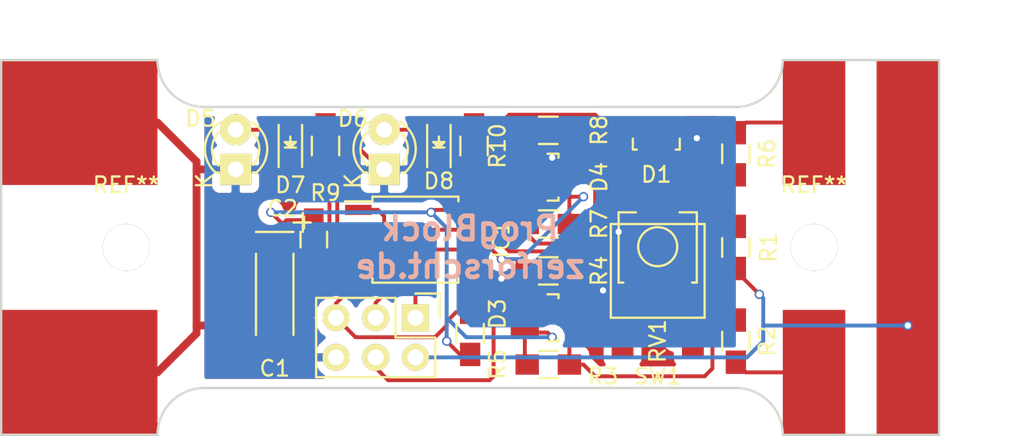
<source format=kicad_pcb>
(kicad_pcb (version 4) (host pcbnew 4.0.2+dfsg1-stable)

  (general
    (links 53)
    (no_connects 0)
    (area 39.924999 31.924999 100.075001 56.075001)
    (thickness 1.6)
    (drawings 13)
    (tracks 216)
    (zones 0)
    (modules 29)
    (nets 14)
  )

  (page A4)
  (layers
    (0 F.Cu signal)
    (31 B.Cu signal)
    (32 B.Adhes user)
    (33 F.Adhes user)
    (34 B.Paste user)
    (35 F.Paste user)
    (36 B.SilkS user)
    (37 F.SilkS user)
    (38 B.Mask user)
    (39 F.Mask user)
    (40 Dwgs.User user)
    (41 Cmts.User user)
    (42 Eco1.User user)
    (43 Eco2.User user)
    (44 Edge.Cuts user)
    (45 Margin user)
    (46 B.CrtYd user)
    (47 F.CrtYd user)
    (48 B.Fab user)
    (49 F.Fab user)
  )

  (setup
    (last_trace_width 0.5)
    (user_trace_width 0.5)
    (trace_clearance 0.2)
    (zone_clearance 0.508)
    (zone_45_only no)
    (trace_min 0.2)
    (segment_width 0.2)
    (edge_width 0.15)
    (via_size 0.6)
    (via_drill 0.4)
    (via_min_size 0.4)
    (via_min_drill 0.3)
    (uvia_size 0.3)
    (uvia_drill 0.1)
    (uvias_allowed no)
    (uvia_min_size 0.2)
    (uvia_min_drill 0.1)
    (pcb_text_width 0.3)
    (pcb_text_size 1.5 1.5)
    (mod_edge_width 0.15)
    (mod_text_size 1 1)
    (mod_text_width 0.15)
    (pad_size 2.1 1.4)
    (pad_drill 0)
    (pad_to_mask_clearance 0.2)
    (aux_axis_origin 40 32)
    (grid_origin 40 32)
    (visible_elements FFFEFF7F)
    (pcbplotparams
      (layerselection 0x00030_80000001)
      (usegerberextensions false)
      (excludeedgelayer true)
      (linewidth 0.100000)
      (plotframeref false)
      (viasonmask false)
      (mode 1)
      (useauxorigin false)
      (hpglpennumber 1)
      (hpglpenspeed 20)
      (hpglpendiameter 15)
      (hpglpenoverlay 2)
      (psnegative false)
      (psa4output false)
      (plotreference true)
      (plotvalue true)
      (plotinvisibletext false)
      (padsonsilk false)
      (subtractmaskfromsilk false)
      (outputformat 1)
      (mirror false)
      (drillshape 1)
      (scaleselection 1)
      (outputdirectory ""))
  )

  (net 0 "")
  (net 1 GND)
  (net 2 +3V3)
  (net 3 /MOSI)
  (net 4 /MISO)
  (net 5 "Net-(D5-Pad2)")
  (net 6 "Net-(D6-Pad2)")
  (net 7 VCC)
  (net 8 /POT_BTN)
  (net 9 /~RESET)
  (net 10 "Net-(P3-Pad1)")
  (net 11 "Net-(P4-Pad1)")
  (net 12 /LED1)
  (net 13 /LED2)

  (net_class Default "This is the default net class."
    (clearance 0.2)
    (trace_width 0.25)
    (via_dia 0.6)
    (via_drill 0.4)
    (uvia_dia 0.3)
    (uvia_drill 0.1)
    (add_net +3V3)
    (add_net /LED1)
    (add_net /LED2)
    (add_net /MISO)
    (add_net /MOSI)
    (add_net /POT_BTN)
    (add_net /~RESET)
    (add_net GND)
    (add_net "Net-(D5-Pad2)")
    (add_net "Net-(D6-Pad2)")
    (add_net "Net-(P3-Pad1)")
    (add_net "Net-(P4-Pad1)")
    (add_net VCC)
  )

  (module Mounting_Holes:MountingHole_3mm (layer F.Cu) (tedit 0) (tstamp 574DC289)
    (at 48 44)
    (descr "Mounting hole, Befestigungsbohrung, 3mm, No Annular, Kein Restring,")
    (tags "Mounting hole, Befestigungsbohrung, 3mm, No Annular, Kein Restring,")
    (fp_text reference REF** (at 0 -4.0005) (layer F.SilkS)
      (effects (font (size 1 1) (thickness 0.15)))
    )
    (fp_text value MountingHole_3mm (at 1.00076 5.00126) (layer F.Fab)
      (effects (font (size 1 1) (thickness 0.15)))
    )
    (fp_circle (center 0 0) (end 3 0) (layer Cmts.User) (width 0.381))
    (pad 1 thru_hole circle (at 0 0) (size 3 3) (drill 3) (layers))
  )

  (module custom:HugePad (layer F.Cu) (tedit 574C1A09) (tstamp 571D06B1)
    (at 45 44)
    (path /571CCFAC)
    (fp_text reference P2 (at 6.5 -7.5) (layer F.SilkS) hide
      (effects (font (size 1 1) (thickness 0.15)))
    )
    (fp_text value PAD_L (at 9 11) (layer F.Fab)
      (effects (font (size 1 1) (thickness 0.15)))
    )
    (fp_line (start -5 12) (end 5 12) (layer F.SilkS) (width 0.15))
    (fp_line (start -5 -12) (end 5 -12) (layer F.SilkS) (width 0.15))
    (pad 1 smd rect (at 0 8) (size 10 8) (layers F.Cu F.Paste F.Mask)
      (net 1 GND))
    (pad 1 smd rect (at 0 -8) (size 10 8) (layers F.Cu F.Paste F.Mask)
      (net 1 GND))
  )

  (module Capacitors_Tantalum_SMD:TantalC_SizeA_EIA-3216_HandSoldering (layer F.Cu) (tedit 571D11F1) (tstamp 571CD3E5)
    (at 57.5 47 270)
    (descr "Tantal Cap. , Size A, EIA-3216, Hand Soldering,")
    (tags "Tantal Cap. , Size A, EIA-3216, Hand Soldering,")
    (path /571CE980)
    (attr smd)
    (fp_text reference C1 (at 4.75 0 360) (layer F.SilkS)
      (effects (font (size 1 1) (thickness 0.15)))
    )
    (fp_text value 1uF (at -0.09906 3.0988 270) (layer F.Fab)
      (effects (font (size 1 1) (thickness 0.15)))
    )
    (fp_text user + (at -4.59994 -1.80086 270) (layer F.SilkS)
      (effects (font (size 1 1) (thickness 0.15)))
    )
    (fp_line (start -2.60096 1.19888) (end 2.60096 1.19888) (layer F.SilkS) (width 0.15))
    (fp_line (start 2.60096 -1.19888) (end -2.60096 -1.19888) (layer F.SilkS) (width 0.15))
    (fp_line (start -4.59994 -2.2987) (end -4.59994 -1.19888) (layer F.SilkS) (width 0.15))
    (fp_line (start -5.19938 -1.79832) (end -4.0005 -1.79832) (layer F.SilkS) (width 0.15))
    (fp_line (start -3.99542 -1.19888) (end -3.99542 1.19888) (layer F.SilkS) (width 0.15))
    (pad 2 smd rect (at 1.99898 0 270) (size 2.99974 1.50114) (layers F.Cu F.Paste F.Mask)
      (net 1 GND))
    (pad 1 smd rect (at -1.99898 0 270) (size 2.99974 1.50114) (layers F.Cu F.Paste F.Mask)
      (net 2 +3V3))
    (model Capacitors_Tantalum_SMD.3dshapes/TantalC_SizeA_EIA-3216_HandSoldering.wrl
      (at (xyz 0 0 0))
      (scale (xyz 1 1 1))
      (rotate (xyz 0 0 180))
    )
  )

  (module Capacitors_SMD:C_0805_HandSoldering (layer F.Cu) (tedit 571D11F5) (tstamp 571CD3EB)
    (at 60 43.5 270)
    (descr "Capacitor SMD 0805, hand soldering")
    (tags "capacitor 0805")
    (path /571CCBFC)
    (attr smd)
    (fp_text reference C2 (at -2 2 360) (layer F.SilkS)
      (effects (font (size 1 1) (thickness 0.15)))
    )
    (fp_text value 100n (at 0 2.1 270) (layer F.Fab)
      (effects (font (size 1 1) (thickness 0.15)))
    )
    (fp_line (start -2.3 -1) (end 2.3 -1) (layer F.CrtYd) (width 0.05))
    (fp_line (start -2.3 1) (end 2.3 1) (layer F.CrtYd) (width 0.05))
    (fp_line (start -2.3 -1) (end -2.3 1) (layer F.CrtYd) (width 0.05))
    (fp_line (start 2.3 -1) (end 2.3 1) (layer F.CrtYd) (width 0.05))
    (fp_line (start 0.5 -0.85) (end -0.5 -0.85) (layer F.SilkS) (width 0.15))
    (fp_line (start -0.5 0.85) (end 0.5 0.85) (layer F.SilkS) (width 0.15))
    (pad 1 smd rect (at -1.25 0 270) (size 1.5 1.25) (layers F.Cu F.Paste F.Mask)
      (net 2 +3V3))
    (pad 2 smd rect (at 1.25 0 270) (size 1.5 1.25) (layers F.Cu F.Paste F.Mask)
      (net 1 GND))
    (model Capacitors_SMD.3dshapes/C_0805_HandSoldering.wrl
      (at (xyz 0 0 0))
      (scale (xyz 1 1 1))
      (rotate (xyz 0 0 0))
    )
  )

  (module TO_SOT_Packages_SMD:SOT-23_Handsoldering (layer F.Cu) (tedit 571D1227) (tstamp 571CD3FF)
    (at 75 48.5 270)
    (descr "SOT-23, Handsoldering")
    (tags SOT-23)
    (path /571CD885)
    (attr smd)
    (fp_text reference D3 (at -0.25 3.25 450) (layer F.SilkS)
      (effects (font (size 1 1) (thickness 0.15)))
    )
    (fp_text value BAR43S (at 0 3.81 270) (layer F.Fab)
      (effects (font (size 1 1) (thickness 0.15)))
    )
    (fp_line (start -1.49982 0.0508) (end -1.49982 -0.65024) (layer F.SilkS) (width 0.15))
    (fp_line (start -1.49982 -0.65024) (end -1.2509 -0.65024) (layer F.SilkS) (width 0.15))
    (fp_line (start 1.29916 -0.65024) (end 1.49982 -0.65024) (layer F.SilkS) (width 0.15))
    (fp_line (start 1.49982 -0.65024) (end 1.49982 0.0508) (layer F.SilkS) (width 0.15))
    (pad 1 smd rect (at -0.95 1.50114 270) (size 0.8001 1.80086) (layers F.Cu F.Paste F.Mask)
      (net 1 GND))
    (pad 2 smd rect (at 0.95 1.50114 270) (size 0.8001 1.80086) (layers F.Cu F.Paste F.Mask)
      (net 2 +3V3))
    (pad 3 smd rect (at 0 -1.50114 270) (size 0.8001 1.80086) (layers F.Cu F.Paste F.Mask)
      (net 3 /MOSI))
    (model TO_SOT_Packages_SMD.3dshapes/SOT-23_Handsoldering.wrl
      (at (xyz 0 0 0))
      (scale (xyz 1 1 1))
      (rotate (xyz 0 0 0))
    )
  )

  (module TO_SOT_Packages_SMD:SOT-23_Handsoldering (layer F.Cu) (tedit 571D128C) (tstamp 571CD406)
    (at 75 39.5 270)
    (descr "SOT-23, Handsoldering")
    (tags SOT-23)
    (path /571CDF13)
    (attr smd)
    (fp_text reference D4 (at 0 -3.25 450) (layer F.SilkS)
      (effects (font (size 1 1) (thickness 0.15)))
    )
    (fp_text value BAR43S (at 0 3.81 270) (layer F.Fab)
      (effects (font (size 1 1) (thickness 0.15)))
    )
    (fp_line (start -1.49982 0.0508) (end -1.49982 -0.65024) (layer F.SilkS) (width 0.15))
    (fp_line (start -1.49982 -0.65024) (end -1.2509 -0.65024) (layer F.SilkS) (width 0.15))
    (fp_line (start 1.29916 -0.65024) (end 1.49982 -0.65024) (layer F.SilkS) (width 0.15))
    (fp_line (start 1.49982 -0.65024) (end 1.49982 0.0508) (layer F.SilkS) (width 0.15))
    (pad 1 smd rect (at -0.95 1.50114 270) (size 0.8001 1.80086) (layers F.Cu F.Paste F.Mask)
      (net 1 GND))
    (pad 2 smd rect (at 0.95 1.50114 270) (size 0.8001 1.80086) (layers F.Cu F.Paste F.Mask)
      (net 2 +3V3))
    (pad 3 smd rect (at 0 -1.50114 270) (size 0.8001 1.80086) (layers F.Cu F.Paste F.Mask)
      (net 4 /MISO))
    (model TO_SOT_Packages_SMD.3dshapes/SOT-23_Handsoldering.wrl
      (at (xyz 0 0 0))
      (scale (xyz 1 1 1))
      (rotate (xyz 0 0 0))
    )
  )

  (module LEDs:LED-3MM (layer F.Cu) (tedit 571D118E) (tstamp 571CD40C)
    (at 55 39 90)
    (descr "LED 3mm round vertical")
    (tags "LED  3mm round vertical")
    (path /571CEA9B)
    (fp_text reference D5 (at 3.25 -2.25 180) (layer F.SilkS)
      (effects (font (size 1 1) (thickness 0.15)))
    )
    (fp_text value LED (at 1.3 -2.9 90) (layer F.Fab)
      (effects (font (size 1 1) (thickness 0.15)))
    )
    (fp_line (start -1.2 2.3) (end 3.8 2.3) (layer F.CrtYd) (width 0.05))
    (fp_line (start 3.8 2.3) (end 3.8 -2.2) (layer F.CrtYd) (width 0.05))
    (fp_line (start 3.8 -2.2) (end -1.2 -2.2) (layer F.CrtYd) (width 0.05))
    (fp_line (start -1.2 -2.2) (end -1.2 2.3) (layer F.CrtYd) (width 0.05))
    (fp_line (start -0.199 1.314) (end -0.199 1.114) (layer F.SilkS) (width 0.15))
    (fp_line (start -0.199 -1.28) (end -0.199 -1.1) (layer F.SilkS) (width 0.15))
    (fp_arc (start 1.301 0.034) (end -0.199 -1.286) (angle 108.5) (layer F.SilkS) (width 0.15))
    (fp_arc (start 1.301 0.034) (end 0.25 -1.1) (angle 85.7) (layer F.SilkS) (width 0.15))
    (fp_arc (start 1.311 0.034) (end 3.051 0.994) (angle 110) (layer F.SilkS) (width 0.15))
    (fp_arc (start 1.301 0.034) (end 2.335 1.094) (angle 87.5) (layer F.SilkS) (width 0.15))
    (fp_text user K (at -0.75 -2 90) (layer F.SilkS)
      (effects (font (size 1 1) (thickness 0.15)))
    )
    (pad 1 thru_hole rect (at 0 0 180) (size 2 2) (drill 1.00076) (layers *.Cu *.Mask F.SilkS)
      (net 1 GND))
    (pad 2 thru_hole circle (at 2.54 0 90) (size 2 2) (drill 1.00076) (layers *.Cu *.Mask F.SilkS)
      (net 5 "Net-(D5-Pad2)"))
    (model LEDs.3dshapes/LED-3MM.wrl
      (at (xyz 0.05 0 0))
      (scale (xyz 1 1 1))
      (rotate (xyz 0 0 90))
    )
  )

  (module LEDs:LED-3MM (layer F.Cu) (tedit 571D1187) (tstamp 571CD412)
    (at 64.5 39 90)
    (descr "LED 3mm round vertical")
    (tags "LED  3mm round vertical")
    (path /571CEF64)
    (fp_text reference D6 (at 3.25 -2 180) (layer F.SilkS)
      (effects (font (size 1 1) (thickness 0.15)))
    )
    (fp_text value LED (at 1.3 -2.9 90) (layer F.Fab)
      (effects (font (size 1 1) (thickness 0.15)))
    )
    (fp_line (start -1.2 2.3) (end 3.8 2.3) (layer F.CrtYd) (width 0.05))
    (fp_line (start 3.8 2.3) (end 3.8 -2.2) (layer F.CrtYd) (width 0.05))
    (fp_line (start 3.8 -2.2) (end -1.2 -2.2) (layer F.CrtYd) (width 0.05))
    (fp_line (start -1.2 -2.2) (end -1.2 2.3) (layer F.CrtYd) (width 0.05))
    (fp_line (start -0.199 1.314) (end -0.199 1.114) (layer F.SilkS) (width 0.15))
    (fp_line (start -0.199 -1.28) (end -0.199 -1.1) (layer F.SilkS) (width 0.15))
    (fp_arc (start 1.301 0.034) (end -0.199 -1.286) (angle 108.5) (layer F.SilkS) (width 0.15))
    (fp_arc (start 1.301 0.034) (end 0.25 -1.1) (angle 85.7) (layer F.SilkS) (width 0.15))
    (fp_arc (start 1.311 0.034) (end 3.051 0.994) (angle 110) (layer F.SilkS) (width 0.15))
    (fp_arc (start 1.301 0.034) (end 2.335 1.094) (angle 87.5) (layer F.SilkS) (width 0.15))
    (fp_text user K (at -0.75 -2 90) (layer F.SilkS)
      (effects (font (size 1 1) (thickness 0.15)))
    )
    (pad 1 thru_hole rect (at 0 0 180) (size 2 2) (drill 1.00076) (layers *.Cu *.Mask F.SilkS)
      (net 1 GND))
    (pad 2 thru_hole circle (at 2.54 0 90) (size 2 2) (drill 1.00076) (layers *.Cu *.Mask F.SilkS)
      (net 6 "Net-(D6-Pad2)"))
    (model LEDs.3dshapes/LED-3MM.wrl
      (at (xyz 0.05 0 0))
      (scale (xyz 1 1 1))
      (rotate (xyz 0 0 90))
    )
  )

  (module LEDs:LED_0805 (layer F.Cu) (tedit 571D1160) (tstamp 571CD418)
    (at 58.5 37.25 90)
    (descr "LED 0805 smd package")
    (tags "LED 0805 SMD")
    (path /571CD909)
    (attr smd)
    (fp_text reference D7 (at -2.75 0 180) (layer F.SilkS)
      (effects (font (size 1 1) (thickness 0.15)))
    )
    (fp_text value LED (at 0 1.75 90) (layer F.Fab)
      (effects (font (size 1 1) (thickness 0.15)))
    )
    (fp_line (start -1.6 0.75) (end 1.1 0.75) (layer F.SilkS) (width 0.15))
    (fp_line (start -1.6 -0.75) (end 1.1 -0.75) (layer F.SilkS) (width 0.15))
    (fp_line (start -0.1 0.15) (end -0.1 -0.1) (layer F.SilkS) (width 0.15))
    (fp_line (start -0.1 -0.1) (end -0.25 0.05) (layer F.SilkS) (width 0.15))
    (fp_line (start -0.35 -0.35) (end -0.35 0.35) (layer F.SilkS) (width 0.15))
    (fp_line (start 0 0) (end 0.35 0) (layer F.SilkS) (width 0.15))
    (fp_line (start -0.35 0) (end 0 -0.35) (layer F.SilkS) (width 0.15))
    (fp_line (start 0 -0.35) (end 0 0.35) (layer F.SilkS) (width 0.15))
    (fp_line (start 0 0.35) (end -0.35 0) (layer F.SilkS) (width 0.15))
    (fp_line (start 1.9 -0.95) (end 1.9 0.95) (layer F.CrtYd) (width 0.05))
    (fp_line (start 1.9 0.95) (end -1.9 0.95) (layer F.CrtYd) (width 0.05))
    (fp_line (start -1.9 0.95) (end -1.9 -0.95) (layer F.CrtYd) (width 0.05))
    (fp_line (start -1.9 -0.95) (end 1.9 -0.95) (layer F.CrtYd) (width 0.05))
    (pad 2 smd rect (at 1.04902 0 270) (size 1.19888 1.19888) (layers F.Cu F.Paste F.Mask)
      (net 5 "Net-(D5-Pad2)"))
    (pad 1 smd rect (at -1.04902 0 270) (size 1.19888 1.19888) (layers F.Cu F.Paste F.Mask)
      (net 1 GND))
    (model LEDs.3dshapes/LED_0805.wrl
      (at (xyz 0 0 0))
      (scale (xyz 1 1 1))
      (rotate (xyz 0 0 0))
    )
  )

  (module LEDs:LED_0805 (layer F.Cu) (tedit 571D116B) (tstamp 571CD41E)
    (at 68 37.25 90)
    (descr "LED 0805 smd package")
    (tags "LED 0805 SMD")
    (path /571CDA92)
    (attr smd)
    (fp_text reference D8 (at -2.5 0 180) (layer F.SilkS)
      (effects (font (size 1 1) (thickness 0.15)))
    )
    (fp_text value LED (at 0 1.75 90) (layer F.Fab)
      (effects (font (size 1 1) (thickness 0.15)))
    )
    (fp_line (start -1.6 0.75) (end 1.1 0.75) (layer F.SilkS) (width 0.15))
    (fp_line (start -1.6 -0.75) (end 1.1 -0.75) (layer F.SilkS) (width 0.15))
    (fp_line (start -0.1 0.15) (end -0.1 -0.1) (layer F.SilkS) (width 0.15))
    (fp_line (start -0.1 -0.1) (end -0.25 0.05) (layer F.SilkS) (width 0.15))
    (fp_line (start -0.35 -0.35) (end -0.35 0.35) (layer F.SilkS) (width 0.15))
    (fp_line (start 0 0) (end 0.35 0) (layer F.SilkS) (width 0.15))
    (fp_line (start -0.35 0) (end 0 -0.35) (layer F.SilkS) (width 0.15))
    (fp_line (start 0 -0.35) (end 0 0.35) (layer F.SilkS) (width 0.15))
    (fp_line (start 0 0.35) (end -0.35 0) (layer F.SilkS) (width 0.15))
    (fp_line (start 1.9 -0.95) (end 1.9 0.95) (layer F.CrtYd) (width 0.05))
    (fp_line (start 1.9 0.95) (end -1.9 0.95) (layer F.CrtYd) (width 0.05))
    (fp_line (start -1.9 0.95) (end -1.9 -0.95) (layer F.CrtYd) (width 0.05))
    (fp_line (start -1.9 -0.95) (end 1.9 -0.95) (layer F.CrtYd) (width 0.05))
    (pad 2 smd rect (at 1.04902 0 270) (size 1.19888 1.19888) (layers F.Cu F.Paste F.Mask)
      (net 6 "Net-(D6-Pad2)"))
    (pad 1 smd rect (at -1.04902 0 270) (size 1.19888 1.19888) (layers F.Cu F.Paste F.Mask)
      (net 1 GND))
    (model LEDs.3dshapes/LED_0805.wrl
      (at (xyz 0 0 0))
      (scale (xyz 1 1 1))
      (rotate (xyz 0 0 0))
    )
  )

  (module Resistors_SMD:R_0805_HandSoldering (layer F.Cu) (tedit 54189DEE) (tstamp 571CD42E)
    (at 87 44 270)
    (descr "Resistor SMD 0805, hand soldering")
    (tags "resistor 0805")
    (path /571CCCD9)
    (attr smd)
    (fp_text reference R1 (at 0 -2.1 270) (layer F.SilkS)
      (effects (font (size 1 1) (thickness 0.15)))
    )
    (fp_text value 100R (at 0 2.1 270) (layer F.Fab)
      (effects (font (size 1 1) (thickness 0.15)))
    )
    (fp_line (start -2.4 -1) (end 2.4 -1) (layer F.CrtYd) (width 0.05))
    (fp_line (start -2.4 1) (end 2.4 1) (layer F.CrtYd) (width 0.05))
    (fp_line (start -2.4 -1) (end -2.4 1) (layer F.CrtYd) (width 0.05))
    (fp_line (start 2.4 -1) (end 2.4 1) (layer F.CrtYd) (width 0.05))
    (fp_line (start 0.6 0.875) (end -0.6 0.875) (layer F.SilkS) (width 0.15))
    (fp_line (start -0.6 -0.875) (end 0.6 -0.875) (layer F.SilkS) (width 0.15))
    (pad 1 smd rect (at -1.35 0 270) (size 1.5 1.3) (layers F.Cu F.Paste F.Mask)
      (net 2 +3V3))
    (pad 2 smd rect (at 1.35 0 270) (size 1.5 1.3) (layers F.Cu F.Paste F.Mask)
      (net 7 VCC))
    (model Resistors_SMD.3dshapes/R_0805_HandSoldering.wrl
      (at (xyz 0 0 0))
      (scale (xyz 1 1 1))
      (rotate (xyz 0 0 0))
    )
  )

  (module Resistors_SMD:R_0805_HandSoldering (layer F.Cu) (tedit 571D1278) (tstamp 571CD434)
    (at 87 50 270)
    (descr "Resistor SMD 0805, hand soldering")
    (tags "resistor 0805")
    (path /571CD157)
    (attr smd)
    (fp_text reference R2 (at 0 -2 270) (layer F.SilkS)
      (effects (font (size 1 1) (thickness 0.15)))
    )
    (fp_text value 1k (at 0 2.1 270) (layer F.Fab)
      (effects (font (size 1 1) (thickness 0.15)))
    )
    (fp_line (start -2.4 -1) (end 2.4 -1) (layer F.CrtYd) (width 0.05))
    (fp_line (start -2.4 1) (end 2.4 1) (layer F.CrtYd) (width 0.05))
    (fp_line (start -2.4 -1) (end -2.4 1) (layer F.CrtYd) (width 0.05))
    (fp_line (start 2.4 -1) (end 2.4 1) (layer F.CrtYd) (width 0.05))
    (fp_line (start 0.6 0.875) (end -0.6 0.875) (layer F.SilkS) (width 0.15))
    (fp_line (start -0.6 -0.875) (end 0.6 -0.875) (layer F.SilkS) (width 0.15))
    (pad 1 smd rect (at -1.35 0 270) (size 1.5 1.3) (layers F.Cu F.Paste F.Mask)
      (net 3 /MOSI))
    (pad 2 smd rect (at 1.35 0 270) (size 1.5 1.3) (layers F.Cu F.Paste F.Mask)
      (net 10 "Net-(P3-Pad1)"))
    (model Resistors_SMD.3dshapes/R_0805_HandSoldering.wrl
      (at (xyz 0 0 0))
      (scale (xyz 1 1 1))
      (rotate (xyz 0 0 0))
    )
  )

  (module Resistors_SMD:R_0805_HandSoldering (layer F.Cu) (tedit 571D120F) (tstamp 571CD43A)
    (at 75 51.5)
    (descr "Resistor SMD 0805, hand soldering")
    (tags "resistor 0805")
    (path /571CDB9A)
    (attr smd)
    (fp_text reference R3 (at 3.5 0.75) (layer F.SilkS)
      (effects (font (size 1 1) (thickness 0.15)))
    )
    (fp_text value optional (at 0 2.1) (layer F.Fab)
      (effects (font (size 1 1) (thickness 0.15)))
    )
    (fp_line (start -2.4 -1) (end 2.4 -1) (layer F.CrtYd) (width 0.05))
    (fp_line (start -2.4 1) (end 2.4 1) (layer F.CrtYd) (width 0.05))
    (fp_line (start -2.4 -1) (end -2.4 1) (layer F.CrtYd) (width 0.05))
    (fp_line (start 2.4 -1) (end 2.4 1) (layer F.CrtYd) (width 0.05))
    (fp_line (start 0.6 0.875) (end -0.6 0.875) (layer F.SilkS) (width 0.15))
    (fp_line (start -0.6 -0.875) (end 0.6 -0.875) (layer F.SilkS) (width 0.15))
    (pad 1 smd rect (at -1.35 0) (size 1.5 1.3) (layers F.Cu F.Paste F.Mask)
      (net 2 +3V3))
    (pad 2 smd rect (at 1.35 0) (size 1.5 1.3) (layers F.Cu F.Paste F.Mask)
      (net 3 /MOSI))
    (model Resistors_SMD.3dshapes/R_0805_HandSoldering.wrl
      (at (xyz 0 0 0))
      (scale (xyz 1 1 1))
      (rotate (xyz 0 0 0))
    )
  )

  (module Resistors_SMD:R_0805_HandSoldering (layer F.Cu) (tedit 571D1247) (tstamp 571CD440)
    (at 75 45.5)
    (descr "Resistor SMD 0805, hand soldering")
    (tags "resistor 0805")
    (path /571CDD40)
    (attr smd)
    (fp_text reference R4 (at 3.25 0 90) (layer F.SilkS)
      (effects (font (size 1 1) (thickness 0.15)))
    )
    (fp_text value optional (at 0 2.1) (layer F.Fab)
      (effects (font (size 1 1) (thickness 0.15)))
    )
    (fp_line (start -2.4 -1) (end 2.4 -1) (layer F.CrtYd) (width 0.05))
    (fp_line (start -2.4 1) (end 2.4 1) (layer F.CrtYd) (width 0.05))
    (fp_line (start -2.4 -1) (end -2.4 1) (layer F.CrtYd) (width 0.05))
    (fp_line (start 2.4 -1) (end 2.4 1) (layer F.CrtYd) (width 0.05))
    (fp_line (start 0.6 0.875) (end -0.6 0.875) (layer F.SilkS) (width 0.15))
    (fp_line (start -0.6 -0.875) (end 0.6 -0.875) (layer F.SilkS) (width 0.15))
    (pad 1 smd rect (at -1.35 0) (size 1.5 1.3) (layers F.Cu F.Paste F.Mask)
      (net 1 GND))
    (pad 2 smd rect (at 1.35 0) (size 1.5 1.3) (layers F.Cu F.Paste F.Mask)
      (net 3 /MOSI))
    (model Resistors_SMD.3dshapes/R_0805_HandSoldering.wrl
      (at (xyz 0 0 0))
      (scale (xyz 1 1 1))
      (rotate (xyz 0 0 0))
    )
  )

  (module Resistors_SMD:R_0805_HandSoldering (layer F.Cu) (tedit 571D1218) (tstamp 571CD446)
    (at 70 49.5 90)
    (descr "Resistor SMD 0805, hand soldering")
    (tags "resistor 0805")
    (path /571CFCA4)
    (attr smd)
    (fp_text reference R5 (at -2 1.75 270) (layer F.SilkS)
      (effects (font (size 1 1) (thickness 0.15)))
    )
    (fp_text value 1k (at 0 2.1 90) (layer F.Fab)
      (effects (font (size 1 1) (thickness 0.15)))
    )
    (fp_line (start -2.4 -1) (end 2.4 -1) (layer F.CrtYd) (width 0.05))
    (fp_line (start -2.4 1) (end 2.4 1) (layer F.CrtYd) (width 0.05))
    (fp_line (start -2.4 -1) (end -2.4 1) (layer F.CrtYd) (width 0.05))
    (fp_line (start 2.4 -1) (end 2.4 1) (layer F.CrtYd) (width 0.05))
    (fp_line (start 0.6 0.875) (end -0.6 0.875) (layer F.SilkS) (width 0.15))
    (fp_line (start -0.6 -0.875) (end 0.6 -0.875) (layer F.SilkS) (width 0.15))
    (pad 1 smd rect (at -1.35 0 90) (size 1.5 1.3) (layers F.Cu F.Paste F.Mask)
      (net 2 +3V3))
    (pad 2 smd rect (at 1.35 0 90) (size 1.5 1.3) (layers F.Cu F.Paste F.Mask)
      (net 9 /~RESET))
    (model Resistors_SMD.3dshapes/R_0805_HandSoldering.wrl
      (at (xyz 0 0 0))
      (scale (xyz 1 1 1))
      (rotate (xyz 0 0 0))
    )
  )

  (module Resistors_SMD:R_0805_HandSoldering (layer F.Cu) (tedit 571D1272) (tstamp 571CD44C)
    (at 87 38 90)
    (descr "Resistor SMD 0805, hand soldering")
    (tags "resistor 0805")
    (path /571CDF0C)
    (attr smd)
    (fp_text reference R6 (at 0 2 90) (layer F.SilkS)
      (effects (font (size 1 1) (thickness 0.15)))
    )
    (fp_text value 1k (at 0 2.1 90) (layer F.Fab)
      (effects (font (size 1 1) (thickness 0.15)))
    )
    (fp_line (start -2.4 -1) (end 2.4 -1) (layer F.CrtYd) (width 0.05))
    (fp_line (start -2.4 1) (end 2.4 1) (layer F.CrtYd) (width 0.05))
    (fp_line (start -2.4 -1) (end -2.4 1) (layer F.CrtYd) (width 0.05))
    (fp_line (start 2.4 -1) (end 2.4 1) (layer F.CrtYd) (width 0.05))
    (fp_line (start 0.6 0.875) (end -0.6 0.875) (layer F.SilkS) (width 0.15))
    (fp_line (start -0.6 -0.875) (end 0.6 -0.875) (layer F.SilkS) (width 0.15))
    (pad 1 smd rect (at -1.35 0 90) (size 1.5 1.3) (layers F.Cu F.Paste F.Mask)
      (net 4 /MISO))
    (pad 2 smd rect (at 1.35 0 90) (size 1.5 1.3) (layers F.Cu F.Paste F.Mask)
      (net 11 "Net-(P4-Pad1)"))
    (model Resistors_SMD.3dshapes/R_0805_HandSoldering.wrl
      (at (xyz 0 0 0))
      (scale (xyz 1 1 1))
      (rotate (xyz 0 0 0))
    )
  )

  (module Resistors_SMD:R_0805_HandSoldering (layer F.Cu) (tedit 571D124D) (tstamp 571CD452)
    (at 75 42.5)
    (descr "Resistor SMD 0805, hand soldering")
    (tags "resistor 0805")
    (path /571CDF29)
    (attr smd)
    (fp_text reference R7 (at 3.25 0 90) (layer F.SilkS)
      (effects (font (size 1 1) (thickness 0.15)))
    )
    (fp_text value optional (at 0 2.1) (layer F.Fab)
      (effects (font (size 1 1) (thickness 0.15)))
    )
    (fp_line (start -2.4 -1) (end 2.4 -1) (layer F.CrtYd) (width 0.05))
    (fp_line (start -2.4 1) (end 2.4 1) (layer F.CrtYd) (width 0.05))
    (fp_line (start -2.4 -1) (end -2.4 1) (layer F.CrtYd) (width 0.05))
    (fp_line (start 2.4 -1) (end 2.4 1) (layer F.CrtYd) (width 0.05))
    (fp_line (start 0.6 0.875) (end -0.6 0.875) (layer F.SilkS) (width 0.15))
    (fp_line (start -0.6 -0.875) (end 0.6 -0.875) (layer F.SilkS) (width 0.15))
    (pad 1 smd rect (at -1.35 0) (size 1.5 1.3) (layers F.Cu F.Paste F.Mask)
      (net 2 +3V3))
    (pad 2 smd rect (at 1.35 0) (size 1.5 1.3) (layers F.Cu F.Paste F.Mask)
      (net 4 /MISO))
    (model Resistors_SMD.3dshapes/R_0805_HandSoldering.wrl
      (at (xyz 0 0 0))
      (scale (xyz 1 1 1))
      (rotate (xyz 0 0 0))
    )
  )

  (module Resistors_SMD:R_0805_HandSoldering (layer F.Cu) (tedit 571D1290) (tstamp 571CD458)
    (at 75 36.5)
    (descr "Resistor SMD 0805, hand soldering")
    (tags "resistor 0805")
    (path /571CDF37)
    (attr smd)
    (fp_text reference R8 (at 3.25 0 90) (layer F.SilkS)
      (effects (font (size 1 1) (thickness 0.15)))
    )
    (fp_text value optional (at 0 2.1) (layer F.Fab)
      (effects (font (size 1 1) (thickness 0.15)))
    )
    (fp_line (start -2.4 -1) (end 2.4 -1) (layer F.CrtYd) (width 0.05))
    (fp_line (start -2.4 1) (end 2.4 1) (layer F.CrtYd) (width 0.05))
    (fp_line (start -2.4 -1) (end -2.4 1) (layer F.CrtYd) (width 0.05))
    (fp_line (start 2.4 -1) (end 2.4 1) (layer F.CrtYd) (width 0.05))
    (fp_line (start 0.6 0.875) (end -0.6 0.875) (layer F.SilkS) (width 0.15))
    (fp_line (start -0.6 -0.875) (end 0.6 -0.875) (layer F.SilkS) (width 0.15))
    (pad 1 smd rect (at -1.35 0) (size 1.5 1.3) (layers F.Cu F.Paste F.Mask)
      (net 1 GND))
    (pad 2 smd rect (at 1.35 0) (size 1.5 1.3) (layers F.Cu F.Paste F.Mask)
      (net 4 /MISO))
    (model Resistors_SMD.3dshapes/R_0805_HandSoldering.wrl
      (at (xyz 0 0 0))
      (scale (xyz 1 1 1))
      (rotate (xyz 0 0 0))
    )
  )

  (module Resistors_SMD:R_0805_HandSoldering (layer F.Cu) (tedit 571D1195) (tstamp 571CD45E)
    (at 60.75 37.5 270)
    (descr "Resistor SMD 0805, hand soldering")
    (tags "resistor 0805")
    (path /571CEB3E)
    (attr smd)
    (fp_text reference R9 (at 3 0 360) (layer F.SilkS)
      (effects (font (size 1 1) (thickness 0.15)))
    )
    (fp_text value 1k (at 0 2.1 270) (layer F.Fab)
      (effects (font (size 1 1) (thickness 0.15)))
    )
    (fp_line (start -2.4 -1) (end 2.4 -1) (layer F.CrtYd) (width 0.05))
    (fp_line (start -2.4 1) (end 2.4 1) (layer F.CrtYd) (width 0.05))
    (fp_line (start -2.4 -1) (end -2.4 1) (layer F.CrtYd) (width 0.05))
    (fp_line (start 2.4 -1) (end 2.4 1) (layer F.CrtYd) (width 0.05))
    (fp_line (start 0.6 0.875) (end -0.6 0.875) (layer F.SilkS) (width 0.15))
    (fp_line (start -0.6 -0.875) (end 0.6 -0.875) (layer F.SilkS) (width 0.15))
    (pad 1 smd rect (at -1.35 0 270) (size 1.5 1.3) (layers F.Cu F.Paste F.Mask)
      (net 5 "Net-(D5-Pad2)"))
    (pad 2 smd rect (at 1.35 0 270) (size 1.5 1.3) (layers F.Cu F.Paste F.Mask)
      (net 12 /LED1))
    (model Resistors_SMD.3dshapes/R_0805_HandSoldering.wrl
      (at (xyz 0 0 0))
      (scale (xyz 1 1 1))
      (rotate (xyz 0 0 0))
    )
  )

  (module Resistors_SMD:R_0805_HandSoldering (layer F.Cu) (tedit 571D119A) (tstamp 571CD464)
    (at 70.25 37.5 270)
    (descr "Resistor SMD 0805, hand soldering")
    (tags "resistor 0805")
    (path /571CEF6A)
    (attr smd)
    (fp_text reference R10 (at 0 -1.5 450) (layer F.SilkS)
      (effects (font (size 1 1) (thickness 0.15)))
    )
    (fp_text value 1k (at 0 2.1 270) (layer F.Fab)
      (effects (font (size 1 1) (thickness 0.15)))
    )
    (fp_line (start -2.4 -1) (end 2.4 -1) (layer F.CrtYd) (width 0.05))
    (fp_line (start -2.4 1) (end 2.4 1) (layer F.CrtYd) (width 0.05))
    (fp_line (start -2.4 -1) (end -2.4 1) (layer F.CrtYd) (width 0.05))
    (fp_line (start 2.4 -1) (end 2.4 1) (layer F.CrtYd) (width 0.05))
    (fp_line (start 0.6 0.875) (end -0.6 0.875) (layer F.SilkS) (width 0.15))
    (fp_line (start -0.6 -0.875) (end 0.6 -0.875) (layer F.SilkS) (width 0.15))
    (pad 1 smd rect (at -1.35 0 270) (size 1.5 1.3) (layers F.Cu F.Paste F.Mask)
      (net 6 "Net-(D6-Pad2)"))
    (pad 2 smd rect (at 1.35 0 270) (size 1.5 1.3) (layers F.Cu F.Paste F.Mask)
      (net 13 /LED2))
    (model Resistors_SMD.3dshapes/R_0805_HandSoldering.wrl
      (at (xyz 0 0 0))
      (scale (xyz 1 1 1))
      (rotate (xyz 0 0 0))
    )
  )

  (module Pin_Headers:Pin_Header_Straight_2x03 (layer F.Cu) (tedit 571D1205) (tstamp 571CD4B8)
    (at 66.5 48.5 270)
    (descr "Through hole pin header")
    (tags "pin header")
    (path /571CF1CF)
    (fp_text reference P5 (at -2.75 0.25 360) (layer F.SilkS) hide
      (effects (font (size 1 1) (thickness 0.15)))
    )
    (fp_text value ISP (at 0 -3.1 270) (layer F.Fab)
      (effects (font (size 1 1) (thickness 0.15)))
    )
    (fp_line (start -1.27 1.27) (end -1.27 6.35) (layer F.SilkS) (width 0.15))
    (fp_line (start -1.55 -1.55) (end 0 -1.55) (layer F.SilkS) (width 0.15))
    (fp_line (start -1.75 -1.75) (end -1.75 6.85) (layer F.CrtYd) (width 0.05))
    (fp_line (start 4.3 -1.75) (end 4.3 6.85) (layer F.CrtYd) (width 0.05))
    (fp_line (start -1.75 -1.75) (end 4.3 -1.75) (layer F.CrtYd) (width 0.05))
    (fp_line (start -1.75 6.85) (end 4.3 6.85) (layer F.CrtYd) (width 0.05))
    (fp_line (start 1.27 -1.27) (end 1.27 1.27) (layer F.SilkS) (width 0.15))
    (fp_line (start 1.27 1.27) (end -1.27 1.27) (layer F.SilkS) (width 0.15))
    (fp_line (start -1.27 6.35) (end 3.81 6.35) (layer F.SilkS) (width 0.15))
    (fp_line (start 3.81 6.35) (end 3.81 1.27) (layer F.SilkS) (width 0.15))
    (fp_line (start -1.55 -1.55) (end -1.55 0) (layer F.SilkS) (width 0.15))
    (fp_line (start 3.81 -1.27) (end 1.27 -1.27) (layer F.SilkS) (width 0.15))
    (fp_line (start 3.81 1.27) (end 3.81 -1.27) (layer F.SilkS) (width 0.15))
    (pad 1 thru_hole rect (at 0 0 270) (size 1.7272 1.7272) (drill 1.016) (layers *.Cu *.Mask F.SilkS)
      (net 4 /MISO))
    (pad 2 thru_hole oval (at 2.54 0 270) (size 1.7272 1.7272) (drill 1.016) (layers *.Cu *.Mask F.SilkS)
      (net 7 VCC))
    (pad 3 thru_hole oval (at 0 2.54 270) (size 1.7272 1.7272) (drill 1.016) (layers *.Cu *.Mask F.SilkS)
      (net 8 /POT_BTN))
    (pad 4 thru_hole oval (at 2.54 2.54 270) (size 1.7272 1.7272) (drill 1.016) (layers *.Cu *.Mask F.SilkS)
      (net 3 /MOSI))
    (pad 5 thru_hole oval (at 0 5.08 270) (size 1.7272 1.7272) (drill 1.016) (layers *.Cu *.Mask F.SilkS)
      (net 9 /~RESET))
    (pad 6 thru_hole oval (at 2.54 5.08 270) (size 1.7272 1.7272) (drill 1.016) (layers *.Cu *.Mask F.SilkS)
      (net 1 GND))
    (model Pin_Headers.3dshapes/Pin_Header_Straight_2x03.wrl
      (at (xyz 0.05 -0.1 0))
      (scale (xyz 1 1 1))
      (rotate (xyz 0 0 90))
    )
  )

  (module Housings_SOIC:SOIJ-8_5.3x5.3mm_Pitch1.27mm (layer F.Cu) (tedit 571D1179) (tstamp 571CF793)
    (at 66.5 43.5)
    (descr "8-Lead Plastic Small Outline (SM) - Medium, 5.28 mm Body [SOIC] (see Microchip Packaging Specification 00000049BS.pdf)")
    (tags "SOIC 1.27")
    (path /571CCB93)
    (attr smd)
    (fp_text reference IC1 (at 5.5 0 90) (layer F.SilkS)
      (effects (font (size 1 1) (thickness 0.15)))
    )
    (fp_text value ATTINY85-S (at 0 3.68) (layer F.Fab)
      (effects (font (size 1 1) (thickness 0.15)))
    )
    (fp_line (start -4.75 -2.95) (end -4.75 2.95) (layer F.CrtYd) (width 0.05))
    (fp_line (start 4.75 -2.95) (end 4.75 2.95) (layer F.CrtYd) (width 0.05))
    (fp_line (start -4.75 -2.95) (end 4.75 -2.95) (layer F.CrtYd) (width 0.05))
    (fp_line (start -4.75 2.95) (end 4.75 2.95) (layer F.CrtYd) (width 0.05))
    (fp_line (start -2.75 -2.755) (end -2.75 -2.455) (layer F.SilkS) (width 0.15))
    (fp_line (start 2.75 -2.755) (end 2.75 -2.455) (layer F.SilkS) (width 0.15))
    (fp_line (start 2.75 2.755) (end 2.75 2.455) (layer F.SilkS) (width 0.15))
    (fp_line (start -2.75 2.755) (end -2.75 2.455) (layer F.SilkS) (width 0.15))
    (fp_line (start -2.75 -2.755) (end 2.75 -2.755) (layer F.SilkS) (width 0.15))
    (fp_line (start -2.75 2.755) (end 2.75 2.755) (layer F.SilkS) (width 0.15))
    (fp_line (start -2.75 -2.455) (end -4.5 -2.455) (layer F.SilkS) (width 0.15))
    (pad 1 smd rect (at -3.65 -1.905) (size 1.7 0.65) (layers F.Cu F.Paste F.Mask)
      (net 9 /~RESET))
    (pad 2 smd rect (at -3.65 -0.635) (size 1.7 0.65) (layers F.Cu F.Paste F.Mask)
      (net 13 /LED2))
    (pad 3 smd rect (at -3.65 0.635) (size 1.7 0.65) (layers F.Cu F.Paste F.Mask)
      (net 12 /LED1))
    (pad 4 smd rect (at -3.65 1.905) (size 1.7 0.65) (layers F.Cu F.Paste F.Mask)
      (net 1 GND))
    (pad 5 smd rect (at 3.65 1.905) (size 1.7 0.65) (layers F.Cu F.Paste F.Mask)
      (net 3 /MOSI))
    (pad 6 smd rect (at 3.65 0.635) (size 1.7 0.65) (layers F.Cu F.Paste F.Mask)
      (net 4 /MISO))
    (pad 7 smd rect (at 3.65 -0.635) (size 1.7 0.65) (layers F.Cu F.Paste F.Mask)
      (net 8 /POT_BTN))
    (pad 8 smd rect (at 3.65 -1.905) (size 1.7 0.65) (layers F.Cu F.Paste F.Mask)
      (net 2 +3V3))
    (model Housings_SOIC.3dshapes/SOIJ-8_5.3x5.3mm_Pitch1.27mm.wrl
      (at (xyz 0 0 0))
      (scale (xyz 1 1 1))
      (rotate (xyz 0 0 0))
    )
  )

  (module custom:Cermet_Model23 (layer F.Cu) (tedit 571D1234) (tstamp 571D05EC)
    (at 82 44 270)
    (path /571CE2C3)
    (fp_text reference RV1 (at 6 0 270) (layer F.SilkS)
      (effects (font (size 1 1) (thickness 0.15)))
    )
    (fp_text value POT (at 0 -7.62 270) (layer F.Fab)
      (effects (font (size 1 1) (thickness 0.15)))
    )
    (fp_circle (center -0.05 0) (end 1.2 0) (layer F.SilkS) (width 0.15))
    (fp_line (start -2.25 1.4) (end -2.25 2.5) (layer F.SilkS) (width 0.15))
    (fp_line (start -2.25 2.5) (end 2.25 2.5) (layer F.SilkS) (width 0.15))
    (fp_line (start 2.25 2.5) (end 2.25 2.2) (layer F.SilkS) (width 0.15))
    (fp_line (start 2.25 -2.5) (end 2.25 -2.2) (layer F.SilkS) (width 0.15))
    (fp_line (start -2.25 -2.5) (end -2.25 -1.4) (layer F.SilkS) (width 0.15))
    (fp_line (start -2.25 -2.5) (end 2.25 -2.5) (layer F.SilkS) (width 0.15))
    (pad 2 smd rect (at -2.75 0 270) (size 1.3 2) (layers F.Cu F.Paste F.Mask)
      (net 8 /POT_BTN))
    (pad 1 smd rect (at 2.75 -1.15 270) (size 2 1.3) (layers F.Cu F.Paste F.Mask)
      (net 2 +3V3))
    (pad 3 smd rect (at 2.75 1.15 270) (size 2 1.3) (layers F.Cu F.Paste F.Mask)
      (net 1 GND))
  )

  (module custom:BigPad (layer F.Cu) (tedit 571D1283) (tstamp 571D06AC)
    (at 98 44)
    (path /571CCF17)
    (fp_text reference P1 (at 5 -10) (layer F.SilkS) hide
      (effects (font (size 1 1) (thickness 0.15)))
    )
    (fp_text value PAD_R (at 5 10) (layer F.Fab)
      (effects (font (size 1 1) (thickness 0.15)))
    )
    (pad 1 smd rect (at 0 0) (size 4 24) (layers F.Cu F.Paste F.Mask)
      (net 7 VCC))
  )

  (module custom:Smallpad (layer F.Cu) (tedit 571D127F) (tstamp 571D06B6)
    (at 92 52)
    (path /571CD04D)
    (fp_text reference P3 (at 0 7) (layer F.SilkS) hide
      (effects (font (size 1 1) (thickness 0.15)))
    )
    (fp_text value PAD_RX (at 0 -7) (layer F.Fab)
      (effects (font (size 1 1) (thickness 0.15)))
    )
    (pad 1 smd rect (at 0 0) (size 4 8) (layers F.Cu F.Paste F.Mask)
      (net 10 "Net-(P3-Pad1)"))
  )

  (module custom:Smallpad (layer F.Cu) (tedit 571D127C) (tstamp 571D06BB)
    (at 92 36)
    (path /571CD0C2)
    (fp_text reference P4 (at 0 7) (layer F.SilkS) hide
      (effects (font (size 1 1) (thickness 0.15)))
    )
    (fp_text value PAD_TX (at 0 -7) (layer F.Fab)
      (effects (font (size 1 1) (thickness 0.15)))
    )
    (pad 1 smd rect (at 0 0) (size 4 8) (layers F.Cu F.Paste F.Mask)
      (net 11 "Net-(P4-Pad1)"))
  )

  (module custom:Schurter_LSG_1301 (layer F.Cu) (tedit 571DD14A) (tstamp 571D0D9B)
    (at 82 45.5 90)
    (path /571CE610)
    (fp_text reference SW1 (at -6.75 0 180) (layer F.SilkS)
      (effects (font (size 1 1) (thickness 0.15)))
    )
    (fp_text value SW_PUSH (at 0 -10 90) (layer F.Fab)
      (effects (font (size 1 1) (thickness 0.15)))
    )
    (fp_line (start -3 -3) (end 3 -3) (layer F.SilkS) (width 0.15))
    (fp_line (start 3 -3) (end 3 3) (layer F.SilkS) (width 0.15))
    (fp_line (start 3 3) (end -3 3) (layer F.SilkS) (width 0.15))
    (fp_line (start -3 3) (end -3 -3) (layer F.SilkS) (width 0.15))
    (pad 2 smd rect (at 4.55 -2.25 90) (size 2.1 1.4) (layers F.Cu F.Paste F.Mask)
      (net 1 GND))
    (pad 1 smd rect (at 4.55 2.25 90) (size 2.1 1.4) (layers F.Cu F.Paste F.Mask)
      (net 8 /POT_BTN))
    (pad 2 smd rect (at -4.55 -2.25 90) (size 2.1 1.4) (layers F.Cu F.Paste F.Mask)
      (net 1 GND))
    (pad 1 smd rect (at -4.55 2.25 90) (size 2.1 1.4) (layers F.Cu F.Paste F.Mask)
      (net 8 /POT_BTN))
  )

  (module TO_SOT_Packages_SMD:SOT-23 (layer F.Cu) (tedit 553634F8) (tstamp 574C1B52)
    (at 81.91 37.08 180)
    (descr "SOT-23, Standard")
    (tags SOT-23)
    (path /574C2955)
    (attr smd)
    (fp_text reference D1 (at 0 -2.25 180) (layer F.SilkS)
      (effects (font (size 1 1) (thickness 0.15)))
    )
    (fp_text value 3V3 (at 0 2.3 180) (layer F.Fab)
      (effects (font (size 1 1) (thickness 0.15)))
    )
    (fp_line (start -1.65 -1.6) (end 1.65 -1.6) (layer F.CrtYd) (width 0.05))
    (fp_line (start 1.65 -1.6) (end 1.65 1.6) (layer F.CrtYd) (width 0.05))
    (fp_line (start 1.65 1.6) (end -1.65 1.6) (layer F.CrtYd) (width 0.05))
    (fp_line (start -1.65 1.6) (end -1.65 -1.6) (layer F.CrtYd) (width 0.05))
    (fp_line (start 1.29916 -0.65024) (end 1.2509 -0.65024) (layer F.SilkS) (width 0.15))
    (fp_line (start -1.49982 0.0508) (end -1.49982 -0.65024) (layer F.SilkS) (width 0.15))
    (fp_line (start -1.49982 -0.65024) (end -1.2509 -0.65024) (layer F.SilkS) (width 0.15))
    (fp_line (start 1.29916 -0.65024) (end 1.49982 -0.65024) (layer F.SilkS) (width 0.15))
    (fp_line (start 1.49982 -0.65024) (end 1.49982 0.0508) (layer F.SilkS) (width 0.15))
    (pad 1 smd rect (at -0.95 1.00076 180) (size 0.8001 0.8001) (layers F.Cu F.Paste F.Mask)
      (net 1 GND))
    (pad 2 smd rect (at 0.95 1.00076 180) (size 0.8001 0.8001) (layers F.Cu F.Paste F.Mask))
    (pad 3 smd rect (at 0 -0.99822 180) (size 0.8001 0.8001) (layers F.Cu F.Paste F.Mask)
      (net 2 +3V3))
    (model TO_SOT_Packages_SMD.3dshapes/SOT-23.wrl
      (at (xyz 0 0 0))
      (scale (xyz 1 1 1))
      (rotate (xyz 0 0 0))
    )
  )

  (module Mounting_Holes:MountingHole_3mm (layer F.Cu) (tedit 0) (tstamp 574C1BA1)
    (at 92 44)
    (descr "Mounting hole, Befestigungsbohrung, 3mm, No Annular, Kein Restring,")
    (tags "Mounting hole, Befestigungsbohrung, 3mm, No Annular, Kein Restring,")
    (fp_text reference REF** (at 0 -4.0005) (layer F.SilkS)
      (effects (font (size 1 1) (thickness 0.15)))
    )
    (fp_text value MountingHole_3mm (at 1.00076 5.00126) (layer F.Fab)
      (effects (font (size 1 1) (thickness 0.15)))
    )
    (fp_circle (center 0 0) (end 3 0) (layer Cmts.User) (width 0.381))
    (pad 1 thru_hole circle (at 0 0) (size 3 3) (drill 3) (layers))
  )

  (gr_text "ProgBlock\nzerforscht.de" (at 70 44) (layer B.SilkS)
    (effects (font (size 1.5 1.5) (thickness 0.3)) (justify mirror))
  )
  (gr_arc (start 87 56) (end 87 53) (angle 90) (layer Edge.Cuts) (width 0.15))
  (gr_arc (start 53 56) (end 50 56) (angle 90) (layer Edge.Cuts) (width 0.15))
  (gr_arc (start 87 32) (end 90 32) (angle 90) (layer Edge.Cuts) (width 0.15))
  (gr_arc (start 53 32) (end 53 35) (angle 90) (layer Edge.Cuts) (width 0.15))
  (gr_line (start 53 53) (end 87 53) (angle 90) (layer Edge.Cuts) (width 0.15))
  (gr_line (start 53 35) (end 87 35) (angle 90) (layer Edge.Cuts) (width 0.15))
  (gr_line (start 100 56) (end 90 56) (angle 90) (layer Edge.Cuts) (width 0.15))
  (gr_line (start 100 32) (end 100 56) (angle 90) (layer Edge.Cuts) (width 0.15))
  (gr_line (start 100 32) (end 90 32) (angle 90) (layer Edge.Cuts) (width 0.15))
  (gr_line (start 50 32) (end 40 32) (angle 90) (layer Edge.Cuts) (width 0.15))
  (gr_line (start 40 56) (end 50 56) (angle 90) (layer Edge.Cuts) (width 0.15))
  (gr_line (start 40 32) (end 40 56) (angle 90) (layer Edge.Cuts) (width 0.15))

  (segment (start 55 39) (end 52.5 39) (width 0.5) (layer F.Cu) (net 1))
  (segment (start 57.5 48.99898) (end 52.5 48.99898) (width 0.5) (layer F.Cu) (net 1))
  (segment (start 52.5 48.99898) (end 52.5 49) (width 0.5) (layer F.Cu) (net 1) (tstamp 574C1C0E))
  (segment (start 45 52) (end 50 52) (width 0.5) (layer F.Cu) (net 1))
  (segment (start 50 52) (end 52.5 49.5) (width 0.5) (layer F.Cu) (net 1) (tstamp 574C1C04))
  (segment (start 52.5 49.5) (end 52.5 49) (width 0.5) (layer F.Cu) (net 1) (tstamp 574C1C06))
  (segment (start 52.5 49) (end 52.5 39) (width 0.5) (layer F.Cu) (net 1) (tstamp 574C1C11))
  (segment (start 52.5 39) (end 52.5 38.5) (width 0.5) (layer F.Cu) (net 1) (tstamp 574C1C15))
  (segment (start 52.5 38.5) (end 50 36) (width 0.5) (layer F.Cu) (net 1) (tstamp 574C1C08))
  (segment (start 50 36) (end 45 36) (width 0.5) (layer F.Cu) (net 1) (tstamp 574C1C0A))
  (segment (start 78.5 46.75) (end 78.5 44) (width 0.25) (layer B.Cu) (net 1))
  (segment (start 79.75 42.75) (end 79.75 40.95) (width 0.25) (layer F.Cu) (net 1) (tstamp 574C1B94))
  (segment (start 79.5 43) (end 79.75 42.75) (width 0.25) (layer F.Cu) (net 1) (tstamp 574C1B93))
  (via (at 79.5 43) (size 0.6) (drill 0.4) (layers F.Cu B.Cu) (net 1))
  (segment (start 78.5 44) (end 79.5 43) (width 0.25) (layer B.Cu) (net 1) (tstamp 574C1B90))
  (segment (start 75.25 38.25) (end 83.25 38.25) (width 0.25) (layer B.Cu) (net 1))
  (segment (start 83.57924 36.07924) (end 82.86 36.07924) (width 0.25) (layer F.Cu) (net 1) (tstamp 574C1B80))
  (segment (start 84.5 37) (end 83.57924 36.07924) (width 0.25) (layer F.Cu) (net 1) (tstamp 574C1B7F))
  (via (at 84.5 37) (size 0.6) (drill 0.4) (layers F.Cu B.Cu) (net 1))
  (segment (start 83.25 38.25) (end 84.5 37) (width 0.25) (layer B.Cu) (net 1) (tstamp 574C1B7C))
  (segment (start 72 46) (end 77.75 46) (width 0.25) (layer B.Cu) (net 1))
  (segment (start 78.5 46.75) (end 80.85 46.75) (width 0.25) (layer F.Cu) (net 1) (tstamp 571D1052))
  (via (at 78.5 46.75) (size 0.6) (drill 0.4) (layers F.Cu B.Cu) (net 1))
  (segment (start 77.75 46) (end 78.5 46.75) (width 0.25) (layer B.Cu) (net 1) (tstamp 571D104C))
  (segment (start 73.65 45.5) (end 72.5 45.5) (width 0.25) (layer F.Cu) (net 1))
  (segment (start 69.75 45) (end 69.75 39) (width 0.25) (layer B.Cu) (net 1) (tstamp 571D1045))
  (segment (start 70.75 46) (end 69.75 45) (width 0.25) (layer B.Cu) (net 1) (tstamp 571D1044))
  (segment (start 72 46) (end 70.75 46) (width 0.25) (layer B.Cu) (net 1) (tstamp 571D1043))
  (via (at 72 46) (size 0.6) (drill 0.4) (layers F.Cu B.Cu) (net 1))
  (segment (start 72.5 45.5) (end 72 46) (width 0.25) (layer F.Cu) (net 1) (tstamp 571D103C))
  (segment (start 64.5 39) (end 69.75 39) (width 0.25) (layer B.Cu) (net 1))
  (segment (start 69.75 39) (end 74.5 39) (width 0.25) (layer B.Cu) (net 1) (tstamp 571D104A))
  (segment (start 74.5 39) (end 75.25 38.25) (width 0.25) (layer B.Cu) (net 1) (tstamp 571D102D))
  (via (at 75.25 38.25) (size 0.6) (drill 0.4) (layers F.Cu B.Cu) (net 1))
  (segment (start 75.25 38.25) (end 74.75 37.75) (width 0.25) (layer F.Cu) (net 1) (tstamp 571D1035))
  (segment (start 74.75 37.75) (end 73.65 37.75) (width 0.25) (layer F.Cu) (net 1) (tstamp 571D1036))
  (segment (start 79.75 50.05) (end 79.75 47.85) (width 0.25) (layer F.Cu) (net 1))
  (segment (start 79.75 47.85) (end 80.85 46.75) (width 0.25) (layer F.Cu) (net 1) (tstamp 571D0F42))
  (segment (start 73.65 36.5) (end 73.65 37.75) (width 0.25) (layer F.Cu) (net 1))
  (segment (start 73.65 37.75) (end 73.65 38.39886) (width 0.25) (layer F.Cu) (net 1) (tstamp 571D1039))
  (segment (start 73.65 38.39886) (end 73.49886 38.55) (width 0.25) (layer F.Cu) (net 1) (tstamp 571D0EF6))
  (segment (start 73.49886 47.55) (end 73.49886 45.65114) (width 0.25) (layer F.Cu) (net 1))
  (segment (start 73.49886 45.65114) (end 73.65 45.5) (width 0.25) (layer F.Cu) (net 1) (tstamp 571D0EE7))
  (segment (start 64.5 39) (end 67.29902 39) (width 0.25) (layer F.Cu) (net 1))
  (segment (start 67.29902 39) (end 68 38.29902) (width 0.25) (layer F.Cu) (net 1) (tstamp 571D0E77))
  (segment (start 64.5 39) (end 64.25 39) (width 0.25) (layer F.Cu) (net 1))
  (segment (start 64.25 39) (end 62.75 37.5) (width 0.25) (layer F.Cu) (net 1) (tstamp 571D0E6B))
  (segment (start 62.75 37.5) (end 59.29902 37.5) (width 0.25) (layer F.Cu) (net 1) (tstamp 571D0E6C))
  (segment (start 59.29902 37.5) (end 58.5 38.29902) (width 0.25) (layer F.Cu) (net 1) (tstamp 571D0E6E))
  (segment (start 55 39) (end 57.79902 39) (width 0.25) (layer F.Cu) (net 1))
  (segment (start 57.79902 39) (end 58.5 38.29902) (width 0.25) (layer F.Cu) (net 1) (tstamp 571D0E49))
  (segment (start 61.42 51.04) (end 59.54102 51.04) (width 0.25) (layer F.Cu) (net 1))
  (segment (start 59.54102 51.04) (end 57.5 48.99898) (width 0.25) (layer F.Cu) (net 1) (tstamp 571D0E00))
  (segment (start 62.85 45.405) (end 60.655 45.405) (width 0.25) (layer F.Cu) (net 1))
  (segment (start 60.655 45.405) (end 60 44.75) (width 0.25) (layer F.Cu) (net 1) (tstamp 571D0DE6))
  (segment (start 60 44.75) (end 60 46) (width 0.25) (layer F.Cu) (net 1))
  (segment (start 60 46) (end 59 47) (width 0.25) (layer F.Cu) (net 1) (tstamp 571D0DDF))
  (segment (start 59 47) (end 59 47.49898) (width 0.25) (layer F.Cu) (net 1) (tstamp 571D0DE1))
  (segment (start 59 47.49898) (end 57.5 48.99898) (width 0.25) (layer F.Cu) (net 1) (tstamp 571D0DE3))
  (segment (start 85.75 42.5) (end 86.85 42.5) (width 0.25) (layer F.Cu) (net 2))
  (segment (start 86.85 42.5) (end 87 42.65) (width 0.25) (layer F.Cu) (net 2) (tstamp 574C1B85))
  (segment (start 72 36) (end 72 39.5) (width 0.25) (layer F.Cu) (net 2))
  (segment (start 79.57822 38.07822) (end 78.5 37) (width 0.25) (layer F.Cu) (net 2) (tstamp 574C1B68))
  (segment (start 78.5 37) (end 78.5 36) (width 0.25) (layer F.Cu) (net 2) (tstamp 574C1B69))
  (segment (start 78.5 36) (end 78 35.5) (width 0.25) (layer F.Cu) (net 2) (tstamp 574C1B6B))
  (segment (start 78 35.5) (end 72.5 35.5) (width 0.25) (layer F.Cu) (net 2) (tstamp 574C1B6C))
  (segment (start 72.5 35.5) (end 72 36) (width 0.25) (layer F.Cu) (net 2) (tstamp 574C1B6D))
  (segment (start 81.91 38.07822) (end 79.57822 38.07822) (width 0.25) (layer F.Cu) (net 2))
  (segment (start 72 39.5) (end 72.95 40.45) (width 0.25) (layer F.Cu) (net 2) (tstamp 574C1B75))
  (segment (start 72.95 40.45) (end 73.49886 40.45) (width 0.25) (layer F.Cu) (net 2) (tstamp 574C1B76))
  (segment (start 68.5 48.5) (end 68.5 50) (width 0.25) (layer B.Cu) (net 2))
  (segment (start 68.5 50) (end 69.35 50.85) (width 0.25) (layer F.Cu) (net 2) (tstamp 571DD0A5))
  (via (at 68.5 50) (size 0.6) (drill 0.4) (layers F.Cu B.Cu) (net 2))
  (segment (start 69.35 50.85) (end 70 50.85) (width 0.25) (layer F.Cu) (net 2) (tstamp 571DD0A6))
  (segment (start 73.49886 49.45) (end 74.95 49.45) (width 0.25) (layer F.Cu) (net 2))
  (segment (start 68.5 42.75) (end 67.5 41.75) (width 0.25) (layer B.Cu) (net 2) (tstamp 571D101C))
  (segment (start 68.5 48.5) (end 68.5 42.75) (width 0.25) (layer B.Cu) (net 2) (tstamp 571D1015))
  (segment (start 69.75 49.75) (end 68.5 48.5) (width 0.25) (layer B.Cu) (net 2) (tstamp 571D1011))
  (segment (start 75.25 49.75) (end 69.75 49.75) (width 0.25) (layer B.Cu) (net 2) (tstamp 571D1010))
  (via (at 75.25 49.75) (size 0.6) (drill 0.4) (layers F.Cu B.Cu) (net 2))
  (segment (start 74.95 49.45) (end 75.25 49.75) (width 0.25) (layer F.Cu) (net 2) (tstamp 571D100C))
  (segment (start 70.15 41.595) (end 67.655 41.595) (width 0.25) (layer F.Cu) (net 2))
  (segment (start 67.655 41.595) (end 67.5 41.75) (width 0.25) (layer F.Cu) (net 2) (tstamp 571D0F87))
  (via (at 67.5 41.75) (size 0.6) (drill 0.4) (layers F.Cu B.Cu) (net 2))
  (segment (start 57.25 41.75) (end 58 42.5) (width 0.25) (layer F.Cu) (net 2) (tstamp 571D0F8C))
  (segment (start 67.5 41.75) (end 57.25 41.75) (width 0.25) (layer B.Cu) (net 2) (tstamp 571D0F89))
  (via (at 57.25 41.75) (size 0.6) (drill 0.4) (layers F.Cu B.Cu) (net 2))
  (segment (start 83.15 46.75) (end 85 46.75) (width 0.25) (layer F.Cu) (net 2))
  (segment (start 74.25 43.75) (end 73.65 43.15) (width 0.25) (layer F.Cu) (net 2) (tstamp 571D0F57))
  (segment (start 77.5 43.75) (end 74.25 43.75) (width 0.25) (layer F.Cu) (net 2) (tstamp 571D0F56))
  (segment (start 78 43.25) (end 77.5 43.75) (width 0.25) (layer F.Cu) (net 2) (tstamp 571D0F55))
  (segment (start 78 40.25) (end 78 43.25) (width 0.25) (layer F.Cu) (net 2) (tstamp 571D0F54))
  (segment (start 78.75 39.5) (end 78 40.25) (width 0.25) (layer F.Cu) (net 2) (tstamp 571D0F53))
  (segment (start 85.113602 39.5) (end 78.75 39.5) (width 0.25) (layer F.Cu) (net 2) (tstamp 571D0F52))
  (segment (start 85.75 40.136398) (end 85.113602 39.5) (width 0.25) (layer F.Cu) (net 2) (tstamp 571D0F51))
  (segment (start 85.75 46) (end 85.75 42.5) (width 0.25) (layer F.Cu) (net 2) (tstamp 571D0F50))
  (segment (start 85.75 42.5) (end 85.75 40.136398) (width 0.25) (layer F.Cu) (net 2) (tstamp 574C1B83))
  (segment (start 85 46.75) (end 85.75 46) (width 0.25) (layer F.Cu) (net 2) (tstamp 571D0F4F))
  (segment (start 73.65 43.15) (end 73.65 42.5) (width 0.25) (layer F.Cu) (net 2) (tstamp 571D0F58))
  (segment (start 70.15 41.595) (end 71.655 41.595) (width 0.25) (layer F.Cu) (net 2))
  (segment (start 71.655 41.595) (end 72.8 40.45) (width 0.25) (layer F.Cu) (net 2) (tstamp 571D0EFF))
  (segment (start 72.8 40.45) (end 73.49886 40.45) (width 0.25) (layer F.Cu) (net 2) (tstamp 571D0F00))
  (segment (start 73.65 42.5) (end 73.65 40.60114) (width 0.25) (layer F.Cu) (net 2))
  (segment (start 73.65 40.60114) (end 73.49886 40.45) (width 0.25) (layer F.Cu) (net 2) (tstamp 571D0EF3))
  (segment (start 73.49886 49.45) (end 73.49886 51.34886) (width 0.25) (layer F.Cu) (net 2))
  (segment (start 73.49886 51.34886) (end 73.65 51.5) (width 0.25) (layer F.Cu) (net 2) (tstamp 571D0EEA))
  (segment (start 60 42.25) (end 58.25 42.25) (width 0.25) (layer F.Cu) (net 2))
  (segment (start 58.25 42.25) (end 58 42.5) (width 0.25) (layer F.Cu) (net 2) (tstamp 571D0DDB))
  (segment (start 57.5 43) (end 57.5 45.00102) (width 0.25) (layer F.Cu) (net 2) (tstamp 571D0DDC))
  (segment (start 58 42.5) (end 57.5 43) (width 0.25) (layer F.Cu) (net 2) (tstamp 571D0F8F))
  (segment (start 69.81 51.04) (end 70 50.85) (width 0.25) (layer F.Cu) (net 2) (tstamp 571D0E37))
  (segment (start 76.35 51.5) (end 77.25 51.5) (width 0.25) (layer F.Cu) (net 3))
  (segment (start 85.85 48.65) (end 87 48.65) (width 0.25) (layer F.Cu) (net 3) (tstamp 571D0F17))
  (segment (start 85.5 49) (end 85.85 48.65) (width 0.25) (layer F.Cu) (net 3) (tstamp 571D0F16))
  (segment (start 85.5 51.75) (end 85.5 49) (width 0.25) (layer F.Cu) (net 3) (tstamp 571D0F15))
  (segment (start 85 52.25) (end 85.5 51.75) (width 0.25) (layer F.Cu) (net 3) (tstamp 571D0F14))
  (segment (start 78 52.25) (end 85 52.25) (width 0.25) (layer F.Cu) (net 3) (tstamp 571D0F13))
  (segment (start 77.25 51.5) (end 78 52.25) (width 0.25) (layer F.Cu) (net 3) (tstamp 571D0F12))
  (segment (start 76.35 45.5) (end 76.35 48.34886) (width 0.25) (layer F.Cu) (net 3))
  (segment (start 76.35 48.34886) (end 76.50114 48.5) (width 0.25) (layer F.Cu) (net 3) (tstamp 571D0EF0))
  (segment (start 76.35 51.5) (end 76.35 48.65114) (width 0.25) (layer F.Cu) (net 3))
  (segment (start 76.35 48.65114) (end 76.50114 48.5) (width 0.25) (layer F.Cu) (net 3) (tstamp 571D0EED))
  (segment (start 76.50114 48.5) (end 71.5 48.5) (width 0.25) (layer F.Cu) (net 3))
  (segment (start 63.96 51.04) (end 63.96 51.71) (width 0.25) (layer F.Cu) (net 3))
  (segment (start 63.96 51.71) (end 64.75 52.5) (width 0.25) (layer F.Cu) (net 3) (tstamp 571D0E3A))
  (segment (start 64.75 52.5) (end 71.25 52.5) (width 0.25) (layer F.Cu) (net 3) (tstamp 571D0E3B))
  (segment (start 71.25 52.5) (end 71.5 52.25) (width 0.25) (layer F.Cu) (net 3) (tstamp 571D0E3C))
  (segment (start 71.5 52.25) (end 71.5 48.5) (width 0.25) (layer F.Cu) (net 3) (tstamp 571D0E3D))
  (segment (start 71.5 48.5) (end 71.5 46.75) (width 0.25) (layer F.Cu) (net 3) (tstamp 571D0E86))
  (segment (start 71.5 46.75) (end 70.155 45.405) (width 0.25) (layer F.Cu) (net 3) (tstamp 571D0E3E))
  (segment (start 70.155 45.405) (end 70.15 45.405) (width 0.25) (layer F.Cu) (net 3) (tstamp 571D0E3F))
  (segment (start 76.35 40.75) (end 77.25 40.75) (width 0.25) (layer F.Cu) (net 4))
  (segment (start 71.385 44.135) (end 70.15 44.135) (width 0.25) (layer F.Cu) (net 4) (tstamp 571D0FBF))
  (segment (start 72 44.75) (end 71.385 44.135) (width 0.25) (layer F.Cu) (net 4) (tstamp 571D0FBE))
  (via (at 72 44.75) (size 0.6) (drill 0.4) (layers F.Cu B.Cu) (net 4))
  (segment (start 73.25 44.75) (end 72 44.75) (width 0.25) (layer B.Cu) (net 4) (tstamp 571D0FB6))
  (segment (start 77.25 40.75) (end 73.25 44.75) (width 0.25) (layer B.Cu) (net 4) (tstamp 571D0FB5))
  (via (at 77.25 40.75) (size 0.6) (drill 0.4) (layers F.Cu B.Cu) (net 4))
  (segment (start 87 39.35) (end 85.6 39.35) (width 0.25) (layer F.Cu) (net 4))
  (segment (start 77.00114 39) (end 76.50114 39.5) (width 0.25) (layer F.Cu) (net 4) (tstamp 571D0F0F))
  (segment (start 85.25 39) (end 77.00114 39) (width 0.25) (layer F.Cu) (net 4) (tstamp 571D0F0E))
  (segment (start 85.6 39.35) (end 85.25 39) (width 0.25) (layer F.Cu) (net 4) (tstamp 571D0F0D))
  (segment (start 76.35 36.5) (end 76.35 39.34886) (width 0.25) (layer F.Cu) (net 4))
  (segment (start 76.35 39.34886) (end 76.50114 39.5) (width 0.25) (layer F.Cu) (net 4) (tstamp 571D0EFC))
  (segment (start 76.35 42.5) (end 76.35 40.75) (width 0.25) (layer F.Cu) (net 4))
  (segment (start 76.35 40.75) (end 76.35 39.65114) (width 0.25) (layer F.Cu) (net 4) (tstamp 571D0FB1))
  (segment (start 76.35 39.65114) (end 76.50114 39.5) (width 0.25) (layer F.Cu) (net 4) (tstamp 571D0EF9))
  (segment (start 66.5 48.5) (end 66.5 44.5) (width 0.25) (layer F.Cu) (net 4))
  (segment (start 66.5 44.5) (end 66.865 44.135) (width 0.25) (layer F.Cu) (net 4) (tstamp 571D0E19))
  (segment (start 66.865 44.135) (end 70.15 44.135) (width 0.25) (layer F.Cu) (net 4) (tstamp 571D0E1A))
  (segment (start 60.75 36.15) (end 58.55098 36.15) (width 0.25) (layer F.Cu) (net 5))
  (segment (start 58.55098 36.15) (end 58.5 36.20098) (width 0.25) (layer F.Cu) (net 5) (tstamp 571D0E4F))
  (segment (start 55 36.46) (end 58.24098 36.46) (width 0.25) (layer F.Cu) (net 5))
  (segment (start 58.24098 36.46) (end 58.5 36.20098) (width 0.25) (layer F.Cu) (net 5) (tstamp 571D0E4C))
  (segment (start 64.5 36.46) (end 67.74098 36.46) (width 0.25) (layer F.Cu) (net 6))
  (segment (start 67.74098 36.46) (end 68 36.20098) (width 0.25) (layer F.Cu) (net 6) (tstamp 571D0E74))
  (segment (start 70.25 36.15) (end 68.05098 36.15) (width 0.25) (layer F.Cu) (net 6))
  (segment (start 68.05098 36.15) (end 68 36.20098) (width 0.25) (layer F.Cu) (net 6) (tstamp 571D0E71))
  (segment (start 88.75 49) (end 98 49) (width 0.25) (layer B.Cu) (net 7))
  (segment (start 98 49) (end 98 44) (width 0.25) (layer F.Cu) (net 7) (tstamp 574C1BAF))
  (via (at 98 49) (size 0.6) (drill 0.4) (layers F.Cu B.Cu) (net 7))
  (segment (start 88.75 50) (end 88.75 49) (width 0.25) (layer B.Cu) (net 7))
  (segment (start 88.75 49) (end 88.75 47.25) (width 0.25) (layer B.Cu) (net 7) (tstamp 574C1BAB))
  (segment (start 87.71 51.04) (end 88.75 50) (width 0.25) (layer B.Cu) (net 7) (tstamp 571D0FD9))
  (segment (start 66.5 51.04) (end 87.71 51.04) (width 0.25) (layer B.Cu) (net 7))
  (segment (start 88.5 47) (end 87 45.5) (width 0.25) (layer F.Cu) (net 7) (tstamp 574C1BA7))
  (via (at 88.5 47) (size 0.6) (drill 0.4) (layers F.Cu B.Cu) (net 7))
  (segment (start 88.75 47.25) (end 88.5 47) (width 0.25) (layer B.Cu) (net 7) (tstamp 574C1BA5))
  (segment (start 87 45.5) (end 87 45.35) (width 0.25) (layer F.Cu) (net 7) (tstamp 574C1BA8))
  (segment (start 98 44) (end 96.25 44) (width 0.25) (layer F.Cu) (net 7))
  (segment (start 84.25 50.05) (end 83.05 50.05) (width 0.25) (layer F.Cu) (net 8))
  (segment (start 84.25 43.25) (end 84.25 40.95) (width 0.25) (layer F.Cu) (net 8) (tstamp 574C1B9D))
  (segment (start 82 45.5) (end 84.25 43.25) (width 0.25) (layer F.Cu) (net 8) (tstamp 574C1B9B))
  (segment (start 82 49) (end 82 45.5) (width 0.25) (layer F.Cu) (net 8) (tstamp 574C1B99))
  (segment (start 83.05 50.05) (end 82 49) (width 0.25) (layer F.Cu) (net 8) (tstamp 574C1B97))
  (segment (start 77.75 44.25) (end 81.25 44.25) (width 0.25) (layer F.Cu) (net 8))
  (segment (start 71.115 42.865) (end 72.5 44.25) (width 0.25) (layer F.Cu) (net 8) (tstamp 571D0F5B))
  (segment (start 72.5 44.25) (end 77.75 44.25) (width 0.25) (layer F.Cu) (net 8) (tstamp 571D0F5C))
  (segment (start 70.15 42.865) (end 71.115 42.865) (width 0.25) (layer F.Cu) (net 8))
  (segment (start 82 43.5) (end 82 41.25) (width 0.25) (layer F.Cu) (net 8) (tstamp 574C1B8D))
  (segment (start 81.25 44.25) (end 82 43.5) (width 0.25) (layer F.Cu) (net 8) (tstamp 574C1B8C))
  (segment (start 84.25 40.95) (end 82.3 40.95) (width 0.25) (layer F.Cu) (net 8))
  (segment (start 82.3 40.95) (end 82 41.25) (width 0.25) (layer F.Cu) (net 8) (tstamp 571D0E81))
  (segment (start 70.15 42.865) (end 66.135 42.865) (width 0.25) (layer F.Cu) (net 8))
  (segment (start 63.96 47.54) (end 63.96 48.5) (width 0.25) (layer F.Cu) (net 8) (tstamp 571D0E16))
  (segment (start 65.5 46) (end 63.96 47.54) (width 0.25) (layer F.Cu) (net 8) (tstamp 571D0E14))
  (segment (start 65.5 43.5) (end 65.5 46) (width 0.25) (layer F.Cu) (net 8) (tstamp 571D0E13))
  (segment (start 66.135 42.865) (end 65.5 43.5) (width 0.25) (layer F.Cu) (net 8) (tstamp 571D0E12))
  (segment (start 70 48.15) (end 69.1 48.15) (width 0.25) (layer F.Cu) (net 9))
  (segment (start 62.67 49.75) (end 61.42 48.5) (width 0.25) (layer F.Cu) (net 9) (tstamp 571D0E33))
  (segment (start 67.75 49.75) (end 62.67 49.75) (width 0.25) (layer F.Cu) (net 9) (tstamp 571D0E32))
  (segment (start 68.5 49) (end 67.75 49.75) (width 0.25) (layer F.Cu) (net 9) (tstamp 571D0E31))
  (segment (start 68.5 48.75) (end 68.5 49) (width 0.25) (layer F.Cu) (net 9) (tstamp 571D0E30))
  (segment (start 69.1 48.15) (end 68.5 48.75) (width 0.25) (layer F.Cu) (net 9) (tstamp 571D0E2F))
  (segment (start 61.42 48.5) (end 61.42 47.58) (width 0.25) (layer F.Cu) (net 9))
  (segment (start 64.095 41.595) (end 62.85 41.595) (width 0.25) (layer F.Cu) (net 9) (tstamp 571D0E0F))
  (segment (start 64.5 42) (end 64.095 41.595) (width 0.25) (layer F.Cu) (net 9) (tstamp 571D0E0E))
  (segment (start 64.5 46) (end 64.5 42) (width 0.25) (layer F.Cu) (net 9) (tstamp 571D0E0D))
  (segment (start 64 46.5) (end 64.5 46) (width 0.25) (layer F.Cu) (net 9) (tstamp 571D0E0C))
  (segment (start 62.5 46.5) (end 64 46.5) (width 0.25) (layer F.Cu) (net 9) (tstamp 571D0E0A))
  (segment (start 61.42 47.58) (end 62.5 46.5) (width 0.25) (layer F.Cu) (net 9) (tstamp 571D0E09))
  (segment (start 92 52) (end 87.65 52) (width 0.25) (layer F.Cu) (net 10))
  (segment (start 87.65 52) (end 87 51.35) (width 0.25) (layer F.Cu) (net 10) (tstamp 571D0F0A))
  (segment (start 92 36) (end 87.65 36) (width 0.25) (layer F.Cu) (net 11))
  (segment (start 87.65 36) (end 87 36.65) (width 0.25) (layer F.Cu) (net 11) (tstamp 571D0F07))
  (segment (start 62.85 44.135) (end 61.635 44.135) (width 0.25) (layer F.Cu) (net 12))
  (segment (start 61 43.5) (end 61 39.1) (width 0.25) (layer F.Cu) (net 12) (tstamp 571D0E67))
  (segment (start 61.635 44.135) (end 61 43.5) (width 0.25) (layer F.Cu) (net 12) (tstamp 571D0E66))
  (segment (start 61 39.1) (end 60.75 38.85) (width 0.25) (layer F.Cu) (net 12) (tstamp 571D0E68))
  (segment (start 62.85 42.865) (end 61.615 42.865) (width 0.25) (layer F.Cu) (net 13))
  (segment (start 70.25 40.25) (end 70.25 38.85) (width 0.25) (layer F.Cu) (net 13) (tstamp 571D0E63))
  (segment (start 69.75 40.75) (end 70.25 40.25) (width 0.25) (layer F.Cu) (net 13) (tstamp 571D0E62))
  (segment (start 61.75 40.75) (end 69.75 40.75) (width 0.25) (layer F.Cu) (net 13) (tstamp 571D0E61))
  (segment (start 61.5 41) (end 61.75 40.75) (width 0.25) (layer F.Cu) (net 13) (tstamp 571D0E5F))
  (segment (start 61.5 42.75) (end 61.5 41) (width 0.25) (layer F.Cu) (net 13) (tstamp 571D0E5E))
  (segment (start 61.615 42.865) (end 61.5 42.75) (width 0.25) (layer F.Cu) (net 13) (tstamp 571D0E5D))

  (zone (net 1) (net_name GND) (layer F.Cu) (tstamp 571D1093) (hatch edge 0.508)
    (connect_pads (clearance 0.508))
    (min_thickness 0.254)
    (fill yes (arc_segments 16) (thermal_gap 0.508) (thermal_bridge_width 0.508))
    (polygon
      (pts
        (xy 87 53) (xy 53 53) (xy 53 35) (xy 87 35) (xy 87 53)
      )
    )
    (filled_polygon
      (pts
        (xy 53.365284 36.133352) (xy 53.364716 36.783795) (xy 53.613106 37.384943) (xy 53.675251 37.447197) (xy 53.640302 37.461673)
        (xy 53.461673 37.640301) (xy 53.365 37.87369) (xy 53.365 38.71425) (xy 53.52375 38.873) (xy 54.873 38.873)
        (xy 54.873 38.853) (xy 55.127 38.853) (xy 55.127 38.873) (xy 56.47625 38.873) (xy 56.635 38.71425)
        (xy 56.635 38.58477) (xy 57.26556 38.58477) (xy 57.26556 39.024769) (xy 57.362233 39.258158) (xy 57.540861 39.436787)
        (xy 57.77425 39.53346) (xy 58.21425 39.53346) (xy 58.373 39.37471) (xy 58.373 38.42602) (xy 57.42431 38.42602)
        (xy 57.26556 38.58477) (xy 56.635 38.58477) (xy 56.635 37.87369) (xy 56.538327 37.640301) (xy 56.359698 37.461673)
        (xy 56.325166 37.44737) (xy 56.385278 37.387363) (xy 56.454773 37.22) (xy 57.415968 37.22) (xy 57.43647 37.251861)
        (xy 57.444659 37.257456) (xy 57.362233 37.339882) (xy 57.26556 37.573271) (xy 57.26556 38.01327) (xy 57.42431 38.17202)
        (xy 58.373 38.17202) (xy 58.373 38.15202) (xy 58.627 38.15202) (xy 58.627 38.17202) (xy 58.647 38.17202)
        (xy 58.647 38.42602) (xy 58.627 38.42602) (xy 58.627 39.37471) (xy 58.78575 39.53346) (xy 59.22575 39.53346)
        (xy 59.45256 39.439512) (xy 59.45256 39.6) (xy 59.496838 39.835317) (xy 59.63591 40.051441) (xy 59.84811 40.196431)
        (xy 60.1 40.24744) (xy 60.24 40.24744) (xy 60.24 40.85256) (xy 59.375 40.85256) (xy 59.139683 40.896838)
        (xy 58.923559 41.03591) (xy 58.778569 41.24811) (xy 58.729585 41.49) (xy 58.25 41.49) (xy 58.161514 41.507601)
        (xy 58.043117 41.221057) (xy 57.780327 40.957808) (xy 57.436799 40.815162) (xy 57.064833 40.814838) (xy 56.721057 40.956883)
        (xy 56.457808 41.219673) (xy 56.315162 41.563201) (xy 56.314838 41.935167) (xy 56.456883 42.278943) (xy 56.719673 42.542192)
        (xy 56.868206 42.603869) (xy 56.797852 42.709161) (xy 56.769099 42.85371) (xy 56.74943 42.85371) (xy 56.514113 42.897988)
        (xy 56.297989 43.03706) (xy 56.152999 43.24926) (xy 56.10199 43.50115) (xy 56.10199 46.50089) (xy 56.146268 46.736207)
        (xy 56.28534 46.952331) (xy 56.352378 46.998136) (xy 56.211103 47.139412) (xy 56.11443 47.372801) (xy 56.11443 48.71323)
        (xy 56.27318 48.87198) (xy 57.373 48.87198) (xy 57.373 48.85198) (xy 57.627 48.85198) (xy 57.627 48.87198)
        (xy 58.72682 48.87198) (xy 58.88557 48.71323) (xy 58.88557 47.372801) (xy 58.788897 47.139412) (xy 58.648743 46.999257)
        (xy 58.702011 46.96498) (xy 58.847001 46.75278) (xy 58.89801 46.50089) (xy 58.89801 45.921035) (xy 59.015301 46.038327)
        (xy 59.24869 46.135) (xy 59.71425 46.135) (xy 59.873 45.97625) (xy 59.873 44.877) (xy 59.853 44.877)
        (xy 59.853 44.623) (xy 59.873 44.623) (xy 59.873 44.603) (xy 60.127 44.603) (xy 60.127 44.623)
        (xy 60.147 44.623) (xy 60.147 44.877) (xy 60.127 44.877) (xy 60.127 45.97625) (xy 60.28575 46.135)
        (xy 60.75131 46.135) (xy 60.984699 46.038327) (xy 61.163327 45.859698) (xy 61.26 45.626309) (xy 61.26 45.03575)
        (xy 61.101252 44.877002) (xy 61.26 44.877002) (xy 61.26 44.780914) (xy 61.344161 44.837148) (xy 61.408012 44.849849)
        (xy 61.365 44.95369) (xy 61.365 45.11925) (xy 61.52375 45.278) (xy 62.723 45.278) (xy 62.723 45.258)
        (xy 62.977 45.258) (xy 62.977 45.278) (xy 62.997 45.278) (xy 62.997 45.532) (xy 62.977 45.532)
        (xy 62.977 45.552) (xy 62.723 45.552) (xy 62.723 45.532) (xy 61.52375 45.532) (xy 61.365 45.69075)
        (xy 61.365 45.85631) (xy 61.461673 46.089699) (xy 61.640302 46.268327) (xy 61.652018 46.27318) (xy 60.882599 47.042599)
        (xy 60.854597 47.084507) (xy 60.846511 47.086115) (xy 60.36033 47.410971) (xy 60.035474 47.897152) (xy 59.9214 48.470641)
        (xy 59.9214 48.529359) (xy 60.035474 49.102848) (xy 60.36033 49.589029) (xy 60.631161 49.769992) (xy 60.213179 50.15151)
        (xy 59.965032 50.680973) (xy 60.085531 50.913) (xy 61.293 50.913) (xy 61.293 50.893) (xy 61.547 50.893)
        (xy 61.547 50.913) (xy 61.567 50.913) (xy 61.567 51.167) (xy 61.547 51.167) (xy 61.547 51.187)
        (xy 61.293 51.187) (xy 61.293 51.167) (xy 60.085531 51.167) (xy 59.965032 51.399027) (xy 60.213179 51.92849)
        (xy 60.609241 52.29) (xy 53.127 52.29) (xy 53.127 49.28473) (xy 56.11443 49.28473) (xy 56.11443 50.625159)
        (xy 56.211103 50.858548) (xy 56.389731 51.037177) (xy 56.62312 51.13385) (xy 57.21425 51.13385) (xy 57.373 50.9751)
        (xy 57.373 49.12598) (xy 57.627 49.12598) (xy 57.627 50.9751) (xy 57.78575 51.13385) (xy 58.37688 51.13385)
        (xy 58.610269 51.037177) (xy 58.788897 50.858548) (xy 58.88557 50.625159) (xy 58.88557 49.28473) (xy 58.72682 49.12598)
        (xy 57.627 49.12598) (xy 57.373 49.12598) (xy 56.27318 49.12598) (xy 56.11443 49.28473) (xy 53.127 49.28473)
        (xy 53.127 39.28575) (xy 53.365 39.28575) (xy 53.365 40.12631) (xy 53.461673 40.359699) (xy 53.640302 40.538327)
        (xy 53.873691 40.635) (xy 54.71425 40.635) (xy 54.873 40.47625) (xy 54.873 39.127) (xy 55.127 39.127)
        (xy 55.127 40.47625) (xy 55.28575 40.635) (xy 56.126309 40.635) (xy 56.359698 40.538327) (xy 56.538327 40.359699)
        (xy 56.635 40.12631) (xy 56.635 39.28575) (xy 56.47625 39.127) (xy 55.127 39.127) (xy 54.873 39.127)
        (xy 53.52375 39.127) (xy 53.365 39.28575) (xy 53.127 39.28575) (xy 53.127 35.71) (xy 53.541075 35.71)
      )
    )
    (filled_polygon
      (pts
        (xy 81.360768 45.115) (xy 81.13575 45.115) (xy 80.977 45.27375) (xy 80.977 46.623) (xy 80.997 46.623)
        (xy 80.997 46.877) (xy 80.977 46.877) (xy 80.977 48.22625) (xy 81.13575 48.385) (xy 81.24 48.385)
        (xy 81.24 49) (xy 81.297852 49.290839) (xy 81.462599 49.537401) (xy 82.512599 50.587401) (xy 82.75916 50.752148)
        (xy 82.90256 50.780672) (xy 82.90256 51.1) (xy 82.946838 51.335317) (xy 83.046374 51.49) (xy 80.958025 51.49)
        (xy 80.988327 51.459698) (xy 81.085 51.226309) (xy 81.085 50.33575) (xy 80.92625 50.177) (xy 79.877 50.177)
        (xy 79.877 50.197) (xy 79.623 50.197) (xy 79.623 50.177) (xy 78.57375 50.177) (xy 78.415 50.33575)
        (xy 78.415 51.226309) (xy 78.511673 51.459698) (xy 78.541975 51.49) (xy 78.314802 51.49) (xy 77.787401 50.962599)
        (xy 77.74744 50.935898) (xy 77.74744 50.85) (xy 77.703162 50.614683) (xy 77.56409 50.398559) (xy 77.35189 50.253569)
        (xy 77.11 50.204585) (xy 77.11 49.54749) (xy 77.40157 49.54749) (xy 77.636887 49.503212) (xy 77.853011 49.36414)
        (xy 77.998001 49.15194) (xy 78.04901 48.90005) (xy 78.04901 48.873691) (xy 78.415 48.873691) (xy 78.415 49.76425)
        (xy 78.57375 49.923) (xy 79.623 49.923) (xy 79.623 48.52375) (xy 79.46425 48.365) (xy 78.92369 48.365)
        (xy 78.690301 48.461673) (xy 78.511673 48.640302) (xy 78.415 48.873691) (xy 78.04901 48.873691) (xy 78.04901 48.09995)
        (xy 78.004732 47.864633) (xy 77.86566 47.648509) (xy 77.65346 47.503519) (xy 77.40157 47.45251) (xy 77.11 47.45251)
        (xy 77.11 47.03575) (xy 79.565 47.03575) (xy 79.565 47.876309) (xy 79.661673 48.109698) (xy 79.840301 48.288327)
        (xy 80.03272 48.36803) (xy 79.877 48.52375) (xy 79.877 49.923) (xy 80.92625 49.923) (xy 81.085 49.76425)
        (xy 81.085 48.873691) (xy 80.988327 48.640302) (xy 80.809699 48.461673) (xy 80.581924 48.367326) (xy 80.723 48.22625)
        (xy 80.723 46.877) (xy 79.72375 46.877) (xy 79.565 47.03575) (xy 77.11 47.03575) (xy 77.11 46.795558)
        (xy 77.335317 46.753162) (xy 77.551441 46.61409) (xy 77.696431 46.40189) (xy 77.74744 46.15) (xy 77.74744 45.623691)
        (xy 79.565 45.623691) (xy 79.565 46.46425) (xy 79.72375 46.623) (xy 80.723 46.623) (xy 80.723 45.27375)
        (xy 80.56425 45.115) (xy 80.07369 45.115) (xy 79.840301 45.211673) (xy 79.661673 45.390302) (xy 79.565 45.623691)
        (xy 77.74744 45.623691) (xy 77.74744 45.01) (xy 81.25 45.01) (xy 81.45866 44.968495)
      )
    )
    (filled_polygon
      (pts
        (xy 74.996838 46.385317) (xy 75.13591 46.601441) (xy 75.34811 46.746431) (xy 75.59 46.795415) (xy 75.59 47.454525)
        (xy 75.365393 47.496788) (xy 75.149269 47.63586) (xy 75.078113 47.74) (xy 74.93854 47.74) (xy 74.87554 47.677)
        (xy 73.62586 47.677) (xy 73.62586 47.697) (xy 73.37186 47.697) (xy 73.37186 47.677) (xy 73.35186 47.677)
        (xy 73.35186 47.423) (xy 73.37186 47.423) (xy 73.37186 47.403) (xy 73.62586 47.403) (xy 73.62586 47.423)
        (xy 74.87554 47.423) (xy 75.03429 47.26425) (xy 75.03429 47.023641) (xy 74.937617 46.790252) (xy 74.797695 46.65033)
        (xy 74.938327 46.509699) (xy 74.994654 46.373713)
      )
    )
    (filled_polygon
      (pts
        (xy 71.813201 45.684838) (xy 72.185167 45.685162) (xy 72.325925 45.627002) (xy 72.423748 45.627002) (xy 72.265 45.78575)
        (xy 72.265 46.27631) (xy 72.361673 46.509699) (xy 72.397735 46.545761) (xy 72.238731 46.611623) (xy 72.233513 46.616841)
        (xy 72.212201 46.509699) (xy 72.202148 46.45916) (xy 72.037401 46.212599) (xy 71.63184 45.807038) (xy 71.64744 45.73)
        (xy 71.64744 45.616008)
      )
    )
    (filled_polygon
      (pts
        (xy 73.777 45.373) (xy 73.797 45.373) (xy 73.797 45.627) (xy 73.777 45.627) (xy 73.777 45.647)
        (xy 73.523 45.647) (xy 73.523 45.627) (xy 73.503 45.627) (xy 73.503 45.373) (xy 73.523 45.373)
        (xy 73.523 45.353) (xy 73.777 45.353)
      )
    )
    (filled_polygon
      (pts
        (xy 79.877 40.823) (xy 79.897 40.823) (xy 79.897 41.077) (xy 79.877 41.077) (xy 79.877 42.47625)
        (xy 80.03575 42.635) (xy 80.57631 42.635) (xy 80.809699 42.538327) (xy 80.834168 42.513858) (xy 81 42.54744)
        (xy 81.24 42.54744) (xy 81.24 43.185198) (xy 80.935198 43.49) (xy 78.712261 43.49) (xy 78.76 43.25)
        (xy 78.76 42.567197) (xy 78.92369 42.635) (xy 79.46425 42.635) (xy 79.623 42.47625) (xy 79.623 41.077)
        (xy 79.603 41.077) (xy 79.603 40.823) (xy 79.623 40.823) (xy 79.623 40.803) (xy 79.877 40.803)
      )
    )
    (filled_polygon
      (pts
        (xy 62.865284 36.133352) (xy 62.864716 36.783795) (xy 63.113106 37.384943) (xy 63.175251 37.447197) (xy 63.140302 37.461673)
        (xy 62.961673 37.640301) (xy 62.865 37.87369) (xy 62.865 38.71425) (xy 63.02375 38.873) (xy 64.373 38.873)
        (xy 64.373 38.853) (xy 64.627 38.853) (xy 64.627 38.873) (xy 65.97625 38.873) (xy 66.135 38.71425)
        (xy 66.135 38.58477) (xy 66.76556 38.58477) (xy 66.76556 39.024769) (xy 66.862233 39.258158) (xy 67.040861 39.436787)
        (xy 67.27425 39.53346) (xy 67.71425 39.53346) (xy 67.873 39.37471) (xy 67.873 38.42602) (xy 66.92431 38.42602)
        (xy 66.76556 38.58477) (xy 66.135 38.58477) (xy 66.135 37.87369) (xy 66.038327 37.640301) (xy 65.859698 37.461673)
        (xy 65.825166 37.44737) (xy 65.885278 37.387363) (xy 65.954773 37.22) (xy 66.915968 37.22) (xy 66.93647 37.251861)
        (xy 66.944659 37.257456) (xy 66.862233 37.339882) (xy 66.76556 37.573271) (xy 66.76556 38.01327) (xy 66.92431 38.17202)
        (xy 67.873 38.17202) (xy 67.873 38.15202) (xy 68.127 38.15202) (xy 68.127 38.17202) (xy 68.147 38.17202)
        (xy 68.147 38.42602) (xy 68.127 38.42602) (xy 68.127 39.37471) (xy 68.28575 39.53346) (xy 68.72575 39.53346)
        (xy 68.95256 39.439512) (xy 68.95256 39.6) (xy 68.996838 39.835317) (xy 69.096374 39.99) (xy 66.135 39.99)
        (xy 66.135 39.28575) (xy 65.97625 39.127) (xy 64.627 39.127) (xy 64.627 39.147) (xy 64.373 39.147)
        (xy 64.373 39.127) (xy 63.02375 39.127) (xy 62.865 39.28575) (xy 62.865 39.99) (xy 61.902065 39.99)
        (xy 61.996431 39.85189) (xy 62.04744 39.6) (xy 62.04744 38.1) (xy 62.003162 37.864683) (xy 61.86409 37.648559)
        (xy 61.65189 37.503569) (xy 61.638803 37.500919) (xy 61.851441 37.36409) (xy 61.996431 37.15189) (xy 62.04744 36.9)
        (xy 62.04744 35.71) (xy 63.041075 35.71)
      )
    )
    (filled_polygon
      (pts
        (xy 74.996838 37.385317) (xy 75.13591 37.601441) (xy 75.34811 37.746431) (xy 75.59 37.795415) (xy 75.59 38.454525)
        (xy 75.365393 38.496788) (xy 75.149269 38.63586) (xy 75.021458 38.822918) (xy 74.87554 38.677) (xy 73.62586 38.677)
        (xy 73.62586 38.697) (xy 73.37186 38.697) (xy 73.37186 38.677) (xy 73.35186 38.677) (xy 73.35186 38.423)
        (xy 73.37186 38.423) (xy 73.37186 38.403) (xy 73.62586 38.403) (xy 73.62586 38.423) (xy 74.87554 38.423)
        (xy 75.03429 38.26425) (xy 75.03429 38.023641) (xy 74.937617 37.790252) (xy 74.797695 37.65033) (xy 74.938327 37.509699)
        (xy 74.994654 37.373713)
      )
    )
    (filled_polygon
      (pts
        (xy 85.70256 35.9) (xy 85.70256 37.4) (xy 85.746838 37.635317) (xy 85.88591 37.851441) (xy 86.09811 37.996431)
        (xy 86.111197 37.999081) (xy 85.898559 38.13591) (xy 85.753569 38.34811) (xy 85.73718 38.429042) (xy 85.540839 38.297852)
        (xy 85.25 38.24) (xy 82.95749 38.24) (xy 82.95749 37.67817) (xy 82.913212 37.442853) (xy 82.77414 37.226729)
        (xy 82.588591 37.099949) (xy 82.733 36.95554) (xy 82.733 36.20624) (xy 82.987 36.20624) (xy 82.987 36.95554)
        (xy 83.14575 37.11429) (xy 83.386359 37.11429) (xy 83.619748 37.017617) (xy 83.798377 36.838989) (xy 83.89505 36.6056)
        (xy 83.89505 36.36499) (xy 83.7363 36.20624) (xy 82.987 36.20624) (xy 82.733 36.20624) (xy 82.713 36.20624)
        (xy 82.713 35.95224) (xy 82.733 35.95224) (xy 82.733 35.93224) (xy 82.987 35.93224) (xy 82.987 35.95224)
        (xy 83.7363 35.95224) (xy 83.89505 35.79349) (xy 83.89505 35.71) (xy 85.741036 35.71)
      )
    )
    (filled_polygon
      (pts
        (xy 73.777 36.373) (xy 73.797 36.373) (xy 73.797 36.627) (xy 73.777 36.627) (xy 73.777 36.647)
        (xy 73.523 36.647) (xy 73.523 36.627) (xy 73.503 36.627) (xy 73.503 36.373) (xy 73.523 36.373)
        (xy 73.523 36.353) (xy 73.777 36.353)
      )
    )
  )
  (zone (net 1) (net_name GND) (layer B.Cu) (tstamp 571D10ED) (hatch edge 0.508)
    (connect_pads (clearance 0.508))
    (min_thickness 0.254)
    (fill yes (arc_segments 16) (thermal_gap 0.508) (thermal_bridge_width 0.508))
    (polygon
      (pts
        (xy 87 53) (xy 53 53) (xy 53 35) (xy 87 35) (xy 87 53)
      )
    )
    (filled_polygon
      (pts
        (xy 53.365284 36.133352) (xy 53.364716 36.783795) (xy 53.613106 37.384943) (xy 53.675251 37.447197) (xy 53.640302 37.461673)
        (xy 53.461673 37.640301) (xy 53.365 37.87369) (xy 53.365 38.71425) (xy 53.52375 38.873) (xy 54.873 38.873)
        (xy 54.873 38.853) (xy 55.127 38.853) (xy 55.127 38.873) (xy 56.47625 38.873) (xy 56.635 38.71425)
        (xy 56.635 37.87369) (xy 56.538327 37.640301) (xy 56.359698 37.461673) (xy 56.325166 37.44737) (xy 56.385278 37.387363)
        (xy 56.634716 36.786648) (xy 56.635284 36.136205) (xy 56.459179 35.71) (xy 63.041075 35.71) (xy 62.865284 36.133352)
        (xy 62.864716 36.783795) (xy 63.113106 37.384943) (xy 63.175251 37.447197) (xy 63.140302 37.461673) (xy 62.961673 37.640301)
        (xy 62.865 37.87369) (xy 62.865 38.71425) (xy 63.02375 38.873) (xy 64.373 38.873) (xy 64.373 38.853)
        (xy 64.627 38.853) (xy 64.627 38.873) (xy 65.97625 38.873) (xy 66.135 38.71425) (xy 66.135 37.87369)
        (xy 66.038327 37.640301) (xy 65.859698 37.461673) (xy 65.825166 37.44737) (xy 65.885278 37.387363) (xy 66.134716 36.786648)
        (xy 66.135284 36.136205) (xy 65.959179 35.71) (xy 86.873 35.71) (xy 86.873 50.28) (xy 76.042328 50.28)
        (xy 76.184838 49.936799) (xy 76.185162 49.564833) (xy 76.043117 49.221057) (xy 75.780327 48.957808) (xy 75.436799 48.815162)
        (xy 75.064833 48.814838) (xy 74.721057 48.956883) (xy 74.687882 48.99) (xy 70.064802 48.99) (xy 69.26 48.185198)
        (xy 69.26 44.935167) (xy 71.064838 44.935167) (xy 71.206883 45.278943) (xy 71.469673 45.542192) (xy 71.813201 45.684838)
        (xy 72.185167 45.685162) (xy 72.528943 45.543117) (xy 72.562118 45.51) (xy 73.25 45.51) (xy 73.540839 45.452148)
        (xy 73.787401 45.287401) (xy 77.38968 41.685122) (xy 77.435167 41.685162) (xy 77.778943 41.543117) (xy 78.042192 41.280327)
        (xy 78.184838 40.936799) (xy 78.185162 40.564833) (xy 78.043117 40.221057) (xy 77.780327 39.957808) (xy 77.436799 39.815162)
        (xy 77.064833 39.814838) (xy 76.721057 39.956883) (xy 76.457808 40.219673) (xy 76.315162 40.563201) (xy 76.315121 40.610077)
        (xy 72.935198 43.99) (xy 72.562463 43.99) (xy 72.530327 43.957808) (xy 72.186799 43.815162) (xy 71.814833 43.814838)
        (xy 71.471057 43.956883) (xy 71.207808 44.219673) (xy 71.065162 44.563201) (xy 71.064838 44.935167) (xy 69.26 44.935167)
        (xy 69.26 42.75) (xy 69.202148 42.459161) (xy 69.037401 42.212599) (xy 68.435122 41.61032) (xy 68.435162 41.564833)
        (xy 68.293117 41.221057) (xy 68.030327 40.957808) (xy 67.686799 40.815162) (xy 67.314833 40.814838) (xy 66.971057 40.956883)
        (xy 66.937882 40.99) (xy 57.812463 40.99) (xy 57.780327 40.957808) (xy 57.436799 40.815162) (xy 57.064833 40.814838)
        (xy 56.721057 40.956883) (xy 56.457808 41.219673) (xy 56.315162 41.563201) (xy 56.314838 41.935167) (xy 56.456883 42.278943)
        (xy 56.719673 42.542192) (xy 57.063201 42.684838) (xy 57.435167 42.685162) (xy 57.778943 42.543117) (xy 57.812118 42.51)
        (xy 66.937537 42.51) (xy 66.969673 42.542192) (xy 67.313201 42.684838) (xy 67.360077 42.684879) (xy 67.74 43.064802)
        (xy 67.74 47.125043) (xy 67.61549 47.039969) (xy 67.3636 46.98896) (xy 65.6364 46.98896) (xy 65.401083 47.033238)
        (xy 65.184959 47.17231) (xy 65.039969 47.38451) (xy 65.031136 47.428131) (xy 65.01967 47.410971) (xy 64.533489 47.086115)
        (xy 63.96 46.972041) (xy 63.386511 47.086115) (xy 62.90033 47.410971) (xy 62.69 47.725752) (xy 62.47967 47.410971)
        (xy 61.993489 47.086115) (xy 61.42 46.972041) (xy 60.846511 47.086115) (xy 60.36033 47.410971) (xy 60.035474 47.897152)
        (xy 59.9214 48.470641) (xy 59.9214 48.529359) (xy 60.035474 49.102848) (xy 60.36033 49.589029) (xy 60.631161 49.769992)
        (xy 60.213179 50.15151) (xy 59.965032 50.680973) (xy 60.085531 50.913) (xy 61.293 50.913) (xy 61.293 50.893)
        (xy 61.547 50.893) (xy 61.547 50.913) (xy 61.567 50.913) (xy 61.567 51.167) (xy 61.547 51.167)
        (xy 61.547 51.187) (xy 61.293 51.187) (xy 61.293 51.167) (xy 60.085531 51.167) (xy 59.965032 51.399027)
        (xy 60.213179 51.92849) (xy 60.609241 52.29) (xy 53.127 52.29) (xy 53.127 39.28575) (xy 53.365 39.28575)
        (xy 53.365 40.12631) (xy 53.461673 40.359699) (xy 53.640302 40.538327) (xy 53.873691 40.635) (xy 54.71425 40.635)
        (xy 54.873 40.47625) (xy 54.873 39.127) (xy 55.127 39.127) (xy 55.127 40.47625) (xy 55.28575 40.635)
        (xy 56.126309 40.635) (xy 56.359698 40.538327) (xy 56.538327 40.359699) (xy 56.635 40.12631) (xy 56.635 39.28575)
        (xy 62.865 39.28575) (xy 62.865 40.12631) (xy 62.961673 40.359699) (xy 63.140302 40.538327) (xy 63.373691 40.635)
        (xy 64.21425 40.635) (xy 64.373 40.47625) (xy 64.373 39.127) (xy 64.627 39.127) (xy 64.627 40.47625)
        (xy 64.78575 40.635) (xy 65.626309 40.635) (xy 65.859698 40.538327) (xy 66.038327 40.359699) (xy 66.135 40.12631)
        (xy 66.135 39.28575) (xy 65.97625 39.127) (xy 64.627 39.127) (xy 64.373 39.127) (xy 63.02375 39.127)
        (xy 62.865 39.28575) (xy 56.635 39.28575) (xy 56.47625 39.127) (xy 55.127 39.127) (xy 54.873 39.127)
        (xy 53.52375 39.127) (xy 53.365 39.28575) (xy 53.127 39.28575) (xy 53.127 35.71) (xy 53.541075 35.71)
      )
    )
  )
)

</source>
